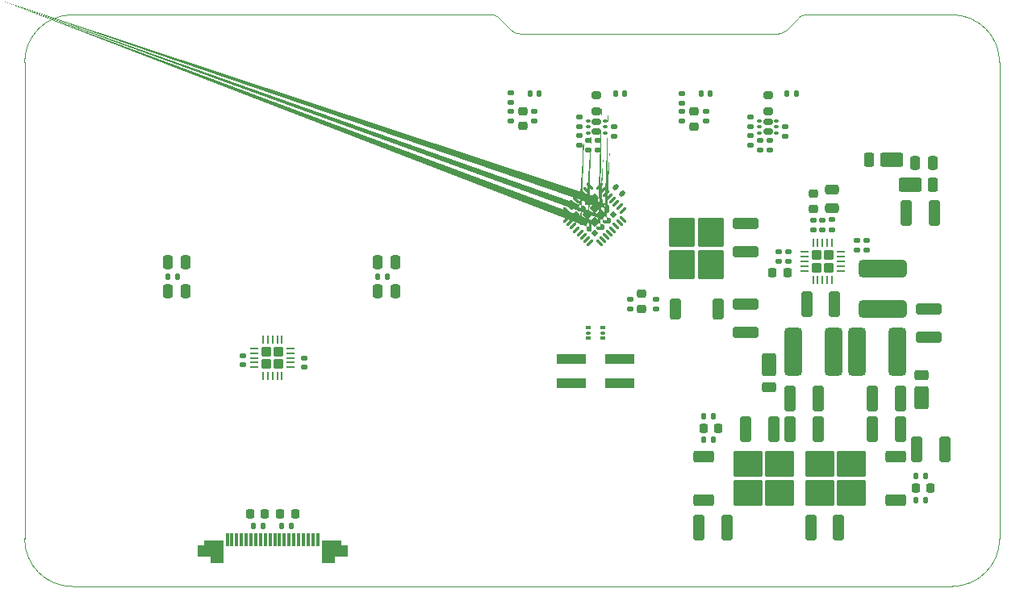
<source format=gbr>
%TF.GenerationSoftware,KiCad,Pcbnew,7.0.7*%
%TF.CreationDate,2023-09-27T18:03:17-04:00*%
%TF.ProjectId,baseboard,62617365-626f-4617-9264-2e6b69636164,A*%
%TF.SameCoordinates,Original*%
%TF.FileFunction,Paste,Top*%
%TF.FilePolarity,Positive*%
%FSLAX46Y46*%
G04 Gerber Fmt 4.6, Leading zero omitted, Abs format (unit mm)*
G04 Created by KiCad (PCBNEW 7.0.7) date 2023-09-27 18:03:17*
%MOMM*%
%LPD*%
G01*
G04 APERTURE LIST*
G04 Aperture macros list*
%AMRoundRect*
0 Rectangle with rounded corners*
0 $1 Rounding radius*
0 $2 $3 $4 $5 $6 $7 $8 $9 X,Y pos of 4 corners*
0 Add a 4 corners polygon primitive as box body*
4,1,4,$2,$3,$4,$5,$6,$7,$8,$9,$2,$3,0*
0 Add four circle primitives for the rounded corners*
1,1,$1+$1,$2,$3*
1,1,$1+$1,$4,$5*
1,1,$1+$1,$6,$7*
1,1,$1+$1,$8,$9*
0 Add four rect primitives between the rounded corners*
20,1,$1+$1,$2,$3,$4,$5,0*
20,1,$1+$1,$4,$5,$6,$7,0*
20,1,$1+$1,$6,$7,$8,$9,0*
20,1,$1+$1,$8,$9,$2,$3,0*%
%AMFreePoly0*
4,1,48,0.206759,0.287330,0.222702,0.287330,0.235599,0.277958,0.250763,0.273032,0.260133,0.260133,0.273032,0.250763,0.277958,0.235599,0.287330,0.222702,0.287330,0.206759,0.292257,0.191596,0.292256,-0.108205,0.289748,-0.115928,0.291018,-0.123951,0.280315,-0.144955,0.273032,-0.167372,0.266460,-0.172145,0.262774,-0.179383,0.179383,-0.262774,0.172145,-0.266460,0.167372,-0.273032,
0.144953,-0.280316,0.123952,-0.291017,0.115930,-0.289745,0.108205,-0.292256,-0.191596,-0.292257,-0.206759,-0.287330,-0.222702,-0.287330,-0.235599,-0.277958,-0.250763,-0.273032,-0.260133,-0.260133,-0.273032,-0.250763,-0.277958,-0.235599,-0.287330,-0.222702,-0.287330,-0.206759,-0.292257,-0.191596,-0.292257,0.191596,-0.287330,0.206759,-0.287330,0.222702,-0.277958,0.235599,-0.273032,0.250763,
-0.260133,0.260133,-0.250763,0.273032,-0.235599,0.277958,-0.222702,0.287330,-0.206759,0.287330,-0.191596,0.292257,0.191596,0.292257,0.206759,0.287330,0.206759,0.287330,$1*%
%AMFreePoly1*
4,1,51,0.147653,0.402231,0.149784,0.402802,0.153047,0.401280,0.170638,0.398179,0.184320,0.386697,0.200509,0.379148,0.268292,0.311365,0.271204,0.307206,0.273115,0.306103,0.274347,0.302717,0.284591,0.288088,0.286147,0.270294,0.292257,0.253509,0.292257,-0.253509,0.291375,-0.258507,0.291947,-0.260640,0.290423,-0.263906,0.287323,-0.281494,0.275841,-0.295175,0.268292,-0.311365,
0.200509,-0.379148,0.196350,-0.382060,0.195247,-0.383971,0.191862,-0.385202,0.177233,-0.395447,0.159438,-0.397003,0.142653,-0.403113,-0.210436,-0.403113,-0.221065,-0.401239,-0.224644,-0.401870,-0.227791,-0.400053,-0.238419,-0.398179,-0.254702,-0.384515,-0.273115,-0.373886,-0.275640,-0.366946,-0.281295,-0.362202,-0.284986,-0.341269,-0.292257,-0.321292,-0.292257,0.321292,-0.290382,0.331922,
-0.291014,0.335500,-0.289197,0.338647,-0.287323,0.349275,-0.273660,0.365558,-0.263030,0.383971,-0.256090,0.386496,-0.251346,0.392151,-0.230413,0.395842,-0.210436,0.403113,0.142653,0.403113,0.147653,0.402231,0.147653,0.402231,$1*%
%AMFreePoly2*
4,1,48,0.115930,0.289745,0.123952,0.291017,0.144953,0.280316,0.167372,0.273032,0.172145,0.266460,0.179383,0.262774,0.262774,0.179383,0.266460,0.172145,0.273032,0.167372,0.280315,0.144955,0.291018,0.123951,0.289748,0.115928,0.292256,0.108205,0.292257,-0.191596,0.287330,-0.206759,0.287330,-0.222702,0.277958,-0.235599,0.273032,-0.250763,0.260133,-0.260133,0.250763,-0.273032,
0.235599,-0.277958,0.222702,-0.287330,0.206759,-0.287330,0.191596,-0.292257,-0.191596,-0.292257,-0.206759,-0.287330,-0.222702,-0.287330,-0.235599,-0.277958,-0.250763,-0.273032,-0.260133,-0.260133,-0.273032,-0.250763,-0.277958,-0.235599,-0.287330,-0.222702,-0.287330,-0.206759,-0.292257,-0.191596,-0.292257,0.191596,-0.287330,0.206759,-0.287330,0.222702,-0.277958,0.235599,-0.273032,0.250763,
-0.260133,0.260133,-0.250763,0.273032,-0.235599,0.277958,-0.222702,0.287330,-0.206759,0.287330,-0.191596,0.292257,0.108205,0.292256,0.115930,0.289745,0.115930,0.289745,$1*%
%AMFreePoly3*
4,1,51,0.331922,0.290382,0.335500,0.291014,0.338647,0.289197,0.349275,0.287323,0.365558,0.273660,0.383971,0.263030,0.386496,0.256090,0.392151,0.251346,0.395842,0.230413,0.403113,0.210436,0.403113,-0.142653,0.402231,-0.147651,0.402803,-0.149784,0.401279,-0.153050,0.398179,-0.170638,0.386697,-0.184319,0.379148,-0.200509,0.311365,-0.268292,0.307206,-0.271204,0.306103,-0.273115,
0.302718,-0.274346,0.288089,-0.284591,0.270294,-0.286147,0.253509,-0.292257,-0.253509,-0.292257,-0.258507,-0.291375,-0.260640,-0.291947,-0.263906,-0.290423,-0.281494,-0.287323,-0.295175,-0.275841,-0.311365,-0.268292,-0.379148,-0.200509,-0.382060,-0.196350,-0.383971,-0.195247,-0.385202,-0.191862,-0.395447,-0.177233,-0.397003,-0.159438,-0.403113,-0.142653,-0.403113,0.210436,-0.401239,0.221065,
-0.401870,0.224644,-0.400053,0.227791,-0.398179,0.238419,-0.384515,0.254702,-0.373886,0.273115,-0.366946,0.275640,-0.362202,0.281295,-0.341269,0.284986,-0.321292,0.292257,0.321292,0.292257,0.331922,0.290382,0.331922,0.290382,$1*%
%AMFreePoly4*
4,1,51,0.258509,0.291375,0.260640,0.291946,0.263903,0.290424,0.281494,0.287323,0.295176,0.275841,0.311365,0.268292,0.379148,0.200509,0.382060,0.196350,0.383971,0.195247,0.385203,0.191861,0.395447,0.177232,0.397003,0.159438,0.403113,0.142653,0.403113,-0.210436,0.401239,-0.221065,0.401870,-0.224644,0.400053,-0.227791,0.398179,-0.238419,0.384515,-0.254702,0.373886,-0.273115,
0.366946,-0.275640,0.362202,-0.281295,0.341269,-0.284986,0.321292,-0.292257,-0.321292,-0.292257,-0.331922,-0.290382,-0.335500,-0.291014,-0.338647,-0.289197,-0.349275,-0.287323,-0.365558,-0.273660,-0.383971,-0.263030,-0.386496,-0.256090,-0.392151,-0.251346,-0.395842,-0.230413,-0.403113,-0.210436,-0.403113,0.142653,-0.402231,0.147653,-0.402802,0.149784,-0.401280,0.153047,-0.398179,0.170638,
-0.386697,0.184320,-0.379148,0.200509,-0.311365,0.268292,-0.307206,0.271204,-0.306103,0.273115,-0.302717,0.274347,-0.288088,0.284591,-0.270294,0.286147,-0.253509,0.292257,0.253509,0.292257,0.258509,0.291375,0.258509,0.291375,$1*%
%AMFreePoly5*
4,1,48,0.206759,0.287330,0.222702,0.287330,0.235599,0.277958,0.250763,0.273032,0.260133,0.260133,0.273032,0.250763,0.277958,0.235599,0.287330,0.222702,0.287330,0.206759,0.292257,0.191596,0.292257,-0.191596,0.287330,-0.206759,0.287330,-0.222702,0.277958,-0.235599,0.273032,-0.250763,0.260133,-0.260133,0.250763,-0.273032,0.235599,-0.277958,0.222702,-0.287330,0.206759,-0.287330,
0.191596,-0.292257,-0.108205,-0.292256,-0.115928,-0.289748,-0.123951,-0.291018,-0.144955,-0.280315,-0.167372,-0.273032,-0.172145,-0.266460,-0.179383,-0.262774,-0.262774,-0.179383,-0.266460,-0.172145,-0.273032,-0.167372,-0.280316,-0.144953,-0.291017,-0.123952,-0.289745,-0.115930,-0.292256,-0.108205,-0.292257,0.191596,-0.287330,0.206759,-0.287330,0.222702,-0.277958,0.235599,-0.273032,0.250763,
-0.260133,0.260133,-0.250763,0.273032,-0.235599,0.277958,-0.222702,0.287330,-0.206759,0.287330,-0.191596,0.292257,0.191596,0.292257,0.206759,0.287330,0.206759,0.287330,$1*%
%AMFreePoly6*
4,1,51,0.221065,0.401239,0.224644,0.401870,0.227791,0.400053,0.238419,0.398179,0.254702,0.384515,0.273115,0.373886,0.275640,0.366946,0.281295,0.362202,0.284986,0.341269,0.292257,0.321292,0.292257,-0.321292,0.290382,-0.331922,0.291014,-0.335500,0.289197,-0.338647,0.287323,-0.349275,0.273660,-0.365558,0.263030,-0.383971,0.256090,-0.386496,0.251346,-0.392151,0.230413,-0.395842,
0.210436,-0.403113,-0.142653,-0.403113,-0.147651,-0.402231,-0.149784,-0.402803,-0.153050,-0.401279,-0.170638,-0.398179,-0.184319,-0.386697,-0.200509,-0.379148,-0.268292,-0.311365,-0.271204,-0.307206,-0.273115,-0.306103,-0.274346,-0.302718,-0.284591,-0.288089,-0.286147,-0.270294,-0.292257,-0.253509,-0.292257,0.253509,-0.291375,0.258509,-0.291946,0.260640,-0.290424,0.263903,-0.287323,0.281494,
-0.275841,0.295176,-0.268292,0.311365,-0.200509,0.379148,-0.196350,0.382060,-0.195247,0.383971,-0.191861,0.385203,-0.177232,0.395447,-0.159438,0.397003,-0.142653,0.403113,0.210436,0.403113,0.221065,0.401239,0.221065,0.401239,$1*%
%AMFreePoly7*
4,1,48,0.206759,0.287330,0.222702,0.287330,0.235599,0.277958,0.250763,0.273032,0.260133,0.260133,0.273032,0.250763,0.277958,0.235599,0.287330,0.222702,0.287330,0.206759,0.292257,0.191596,0.292257,-0.191596,0.287330,-0.206759,0.287330,-0.222702,0.277958,-0.235599,0.273032,-0.250763,0.260133,-0.260133,0.250763,-0.273032,0.235599,-0.277958,0.222702,-0.287330,0.206759,-0.287330,
0.191596,-0.292257,-0.191596,-0.292257,-0.206759,-0.287330,-0.222702,-0.287330,-0.235599,-0.277958,-0.250763,-0.273032,-0.260133,-0.260133,-0.273032,-0.250763,-0.277958,-0.235599,-0.287330,-0.222702,-0.287330,-0.206759,-0.292257,-0.191596,-0.292256,0.108205,-0.289745,0.115930,-0.291017,0.123952,-0.280316,0.144953,-0.273032,0.167372,-0.266460,0.172145,-0.262774,0.179383,-0.179383,0.262774,
-0.172145,0.266460,-0.167372,0.273032,-0.144955,0.280315,-0.123951,0.291018,-0.115928,0.289748,-0.108205,0.292256,0.191596,0.292257,0.206759,0.287330,0.206759,0.287330,$1*%
G04 Aperture macros list end*
%ADD10C,0.100000*%
%ADD11C,0.150000*%
%ADD12C,0.300000*%
%ADD13C,0.010000*%
%ADD14RoundRect,0.135000X0.185000X-0.135000X0.185000X0.135000X-0.185000X0.135000X-0.185000X-0.135000X0*%
%ADD15FreePoly0,225.000000*%
%ADD16FreePoly1,225.000000*%
%ADD17FreePoly2,225.000000*%
%ADD18FreePoly3,225.000000*%
%ADD19RoundRect,0.201557X0.000000X0.285043X-0.285043X0.000000X0.000000X-0.285043X0.285043X0.000000X0*%
%ADD20FreePoly4,225.000000*%
%ADD21FreePoly5,225.000000*%
%ADD22FreePoly6,225.000000*%
%ADD23FreePoly7,225.000000*%
%ADD24RoundRect,0.062500X0.220971X0.309359X-0.309359X-0.220971X-0.220971X-0.309359X0.309359X0.220971X0*%
%ADD25RoundRect,0.062500X-0.220971X0.309359X-0.309359X0.220971X0.220971X-0.309359X0.309359X-0.220971X0*%
%ADD26RoundRect,0.225000X-0.225000X-0.250000X0.225000X-0.250000X0.225000X0.250000X-0.225000X0.250000X0*%
%ADD27RoundRect,0.250000X-0.325000X-1.100000X0.325000X-1.100000X0.325000X1.100000X-0.325000X1.100000X0*%
%ADD28RoundRect,0.140000X0.140000X0.170000X-0.140000X0.170000X-0.140000X-0.170000X0.140000X-0.170000X0*%
%ADD29RoundRect,0.225000X0.250000X-0.225000X0.250000X0.225000X-0.250000X0.225000X-0.250000X-0.225000X0*%
%ADD30RoundRect,0.250000X1.100000X-0.325000X1.100000X0.325000X-1.100000X0.325000X-1.100000X-0.325000X0*%
%ADD31RoundRect,0.135000X-0.185000X0.135000X-0.185000X-0.135000X0.185000X-0.135000X0.185000X0.135000X0*%
%ADD32RoundRect,0.225000X0.225000X0.250000X-0.225000X0.250000X-0.225000X-0.250000X0.225000X-0.250000X0*%
%ADD33R,3.150000X1.000000*%
%ADD34RoundRect,0.250000X0.325000X1.100000X-0.325000X1.100000X-0.325000X-1.100000X0.325000X-1.100000X0*%
%ADD35R,0.300000X1.400000*%
%ADD36RoundRect,0.250000X0.275000X0.275000X-0.275000X0.275000X-0.275000X-0.275000X0.275000X-0.275000X0*%
%ADD37RoundRect,0.062500X0.375000X0.062500X-0.375000X0.062500X-0.375000X-0.062500X0.375000X-0.062500X0*%
%ADD38RoundRect,0.062500X0.062500X0.375000X-0.062500X0.375000X-0.062500X-0.375000X0.062500X-0.375000X0*%
%ADD39RoundRect,0.087500X0.162500X-0.087500X0.162500X0.087500X-0.162500X0.087500X-0.162500X-0.087500X0*%
%ADD40RoundRect,0.150000X0.350000X-0.150000X0.350000X0.150000X-0.350000X0.150000X-0.350000X-0.150000X0*%
%ADD41RoundRect,0.140000X-0.170000X0.140000X-0.170000X-0.140000X0.170000X-0.140000X0.170000X0.140000X0*%
%ADD42RoundRect,0.250000X-0.850000X-0.350000X0.850000X-0.350000X0.850000X0.350000X-0.850000X0.350000X0*%
%ADD43RoundRect,0.250000X-1.275000X-1.125000X1.275000X-1.125000X1.275000X1.125000X-1.275000X1.125000X0*%
%ADD44RoundRect,0.200000X-0.275000X0.200000X-0.275000X-0.200000X0.275000X-0.200000X0.275000X0.200000X0*%
%ADD45RoundRect,0.040000X-0.185000X0.160000X-0.185000X-0.160000X0.185000X-0.160000X0.185000X0.160000X0*%
%ADD46RoundRect,0.030000X-0.195000X0.120000X-0.195000X-0.120000X0.195000X-0.120000X0.195000X0.120000X0*%
%ADD47RoundRect,0.135000X-0.135000X-0.185000X0.135000X-0.185000X0.135000X0.185000X-0.135000X0.185000X0*%
%ADD48RoundRect,0.250000X0.250000X0.475000X-0.250000X0.475000X-0.250000X-0.475000X0.250000X-0.475000X0*%
%ADD49RoundRect,0.475000X-0.475000X-2.075000X0.475000X-2.075000X0.475000X2.075000X-0.475000X2.075000X0*%
%ADD50RoundRect,0.250000X-0.475000X0.250000X-0.475000X-0.250000X0.475000X-0.250000X0.475000X0.250000X0*%
%ADD51RoundRect,0.250000X-0.250000X-0.475000X0.250000X-0.475000X0.250000X0.475000X-0.250000X0.475000X0*%
%ADD52RoundRect,0.250000X0.350000X-0.850000X0.350000X0.850000X-0.350000X0.850000X-0.350000X-0.850000X0*%
%ADD53RoundRect,0.250000X1.125000X-1.275000X1.125000X1.275000X-1.125000X1.275000X-1.125000X-1.275000X0*%
%ADD54RoundRect,0.250000X0.850000X0.350000X-0.850000X0.350000X-0.850000X-0.350000X0.850000X-0.350000X0*%
%ADD55RoundRect,0.250000X1.275000X1.125000X-1.275000X1.125000X-1.275000X-1.125000X1.275000X-1.125000X0*%
%ADD56RoundRect,0.140000X-0.219203X-0.021213X-0.021213X-0.219203X0.219203X0.021213X0.021213X0.219203X0*%
%ADD57RoundRect,0.475000X-2.075000X0.475000X-2.075000X-0.475000X2.075000X-0.475000X2.075000X0.475000X0*%
%ADD58RoundRect,0.225000X-0.250000X0.225000X-0.250000X-0.225000X0.250000X-0.225000X0.250000X0.225000X0*%
%ADD59RoundRect,0.135000X0.135000X0.185000X-0.135000X0.185000X-0.135000X-0.185000X0.135000X-0.185000X0*%
%ADD60RoundRect,0.250000X-0.500000X0.950000X-0.500000X-0.950000X0.500000X-0.950000X0.500000X0.950000X0*%
%ADD61RoundRect,0.250000X-0.500000X0.275000X-0.500000X-0.275000X0.500000X-0.275000X0.500000X0.275000X0*%
%ADD62RoundRect,0.250000X-0.275000X-0.275000X0.275000X-0.275000X0.275000X0.275000X-0.275000X0.275000X0*%
%ADD63RoundRect,0.062500X-0.375000X-0.062500X0.375000X-0.062500X0.375000X0.062500X-0.375000X0.062500X0*%
%ADD64RoundRect,0.062500X-0.062500X-0.375000X0.062500X-0.375000X0.062500X0.375000X-0.062500X0.375000X0*%
%ADD65RoundRect,0.250000X-0.950000X-0.500000X0.950000X-0.500000X0.950000X0.500000X-0.950000X0.500000X0*%
%ADD66RoundRect,0.250000X-0.275000X-0.500000X0.275000X-0.500000X0.275000X0.500000X-0.275000X0.500000X0*%
%ADD67RoundRect,0.250000X0.500000X-0.950000X0.500000X0.950000X-0.500000X0.950000X-0.500000X-0.950000X0*%
%ADD68RoundRect,0.250000X0.500000X-0.275000X0.500000X0.275000X-0.500000X0.275000X-0.500000X-0.275000X0*%
%ADD69RoundRect,0.140000X-0.140000X-0.170000X0.140000X-0.170000X0.140000X0.170000X-0.140000X0.170000X0*%
%ADD70RoundRect,0.475000X0.475000X2.075000X-0.475000X2.075000X-0.475000X-2.075000X0.475000X-2.075000X0*%
%ADD71RoundRect,0.250000X0.950000X0.500000X-0.950000X0.500000X-0.950000X-0.500000X0.950000X-0.500000X0*%
%ADD72RoundRect,0.250000X0.275000X0.500000X-0.275000X0.500000X-0.275000X-0.500000X0.275000X-0.500000X0*%
%TA.AperFunction,Profile*%
%ADD73C,0.050000*%
%TD*%
G04 APERTURE END LIST*
D10*
D11*
X412213572Y-262654128D02*
X411356429Y-262654128D01*
X411785000Y-262654128D02*
X411785000Y-261154128D01*
X411785000Y-261154128D02*
X411642143Y-261368414D01*
X411642143Y-261368414D02*
X411499286Y-261511271D01*
X411499286Y-261511271D02*
X411356429Y-261582700D01*
X413927857Y-261082700D02*
X412642143Y-263011271D01*
X415213572Y-262654128D02*
X414356429Y-262654128D01*
X414785000Y-262654128D02*
X414785000Y-261154128D01*
X414785000Y-261154128D02*
X414642143Y-261368414D01*
X414642143Y-261368414D02*
X414499286Y-261511271D01*
X414499286Y-261511271D02*
X414356429Y-261582700D01*
D10*
D11*
X292809874Y-252259295D02*
X293267017Y-252259295D01*
X293038445Y-253059295D02*
X293038445Y-252259295D01*
X293533684Y-253059295D02*
X293533684Y-252259295D01*
X293800350Y-252259295D02*
X294257493Y-252259295D01*
X294028921Y-253059295D02*
X294028921Y-252259295D01*
X294905112Y-253059295D02*
X294524160Y-253059295D01*
X294524160Y-253059295D02*
X294524160Y-252259295D01*
X295171779Y-252640247D02*
X295438445Y-252640247D01*
X295552731Y-253059295D02*
X295171779Y-253059295D01*
X295171779Y-253059295D02*
X295171779Y-252259295D01*
X295171779Y-252259295D02*
X295552731Y-252259295D01*
D10*
D11*
X387996303Y-259409295D02*
X387729636Y-259028342D01*
X387539160Y-259409295D02*
X387539160Y-258609295D01*
X387539160Y-258609295D02*
X387843922Y-258609295D01*
X387843922Y-258609295D02*
X387920112Y-258647390D01*
X387920112Y-258647390D02*
X387958207Y-258685485D01*
X387958207Y-258685485D02*
X387996303Y-258761676D01*
X387996303Y-258761676D02*
X387996303Y-258875961D01*
X387996303Y-258875961D02*
X387958207Y-258952152D01*
X387958207Y-258952152D02*
X387920112Y-258990247D01*
X387920112Y-258990247D02*
X387843922Y-259028342D01*
X387843922Y-259028342D02*
X387539160Y-259028342D01*
X388339160Y-258990247D02*
X388605826Y-258990247D01*
X388720112Y-259409295D02*
X388339160Y-259409295D01*
X388339160Y-259409295D02*
X388339160Y-258609295D01*
X388339160Y-258609295D02*
X388720112Y-258609295D01*
X388948684Y-258609295D02*
X389215351Y-259409295D01*
X389215351Y-259409295D02*
X389482017Y-258609295D01*
X389748684Y-259409295D02*
X389748684Y-258609295D01*
X390091540Y-259371200D02*
X390205826Y-259409295D01*
X390205826Y-259409295D02*
X390396302Y-259409295D01*
X390396302Y-259409295D02*
X390472493Y-259371200D01*
X390472493Y-259371200D02*
X390510588Y-259333104D01*
X390510588Y-259333104D02*
X390548683Y-259256914D01*
X390548683Y-259256914D02*
X390548683Y-259180723D01*
X390548683Y-259180723D02*
X390510588Y-259104533D01*
X390510588Y-259104533D02*
X390472493Y-259066438D01*
X390472493Y-259066438D02*
X390396302Y-259028342D01*
X390396302Y-259028342D02*
X390243921Y-258990247D01*
X390243921Y-258990247D02*
X390167731Y-258952152D01*
X390167731Y-258952152D02*
X390129636Y-258914057D01*
X390129636Y-258914057D02*
X390091540Y-258837866D01*
X390091540Y-258837866D02*
X390091540Y-258761676D01*
X390091540Y-258761676D02*
X390129636Y-258685485D01*
X390129636Y-258685485D02*
X390167731Y-258647390D01*
X390167731Y-258647390D02*
X390243921Y-258609295D01*
X390243921Y-258609295D02*
X390434398Y-258609295D01*
X390434398Y-258609295D02*
X390548683Y-258647390D01*
X390891541Y-259409295D02*
X390891541Y-258609295D01*
X391424874Y-258609295D02*
X391577255Y-258609295D01*
X391577255Y-258609295D02*
X391653445Y-258647390D01*
X391653445Y-258647390D02*
X391729636Y-258723580D01*
X391729636Y-258723580D02*
X391767731Y-258875961D01*
X391767731Y-258875961D02*
X391767731Y-259142628D01*
X391767731Y-259142628D02*
X391729636Y-259295009D01*
X391729636Y-259295009D02*
X391653445Y-259371200D01*
X391653445Y-259371200D02*
X391577255Y-259409295D01*
X391577255Y-259409295D02*
X391424874Y-259409295D01*
X391424874Y-259409295D02*
X391348683Y-259371200D01*
X391348683Y-259371200D02*
X391272493Y-259295009D01*
X391272493Y-259295009D02*
X391234397Y-259142628D01*
X391234397Y-259142628D02*
X391234397Y-258875961D01*
X391234397Y-258875961D02*
X391272493Y-258723580D01*
X391272493Y-258723580D02*
X391348683Y-258647390D01*
X391348683Y-258647390D02*
X391424874Y-258609295D01*
X392110588Y-259409295D02*
X392110588Y-258609295D01*
X392110588Y-258609295D02*
X392567731Y-259409295D01*
X392567731Y-259409295D02*
X392567731Y-258609295D01*
D10*
D11*
X393889160Y-259409295D02*
X393889160Y-258609295D01*
X393889160Y-258609295D02*
X394079636Y-258609295D01*
X394079636Y-258609295D02*
X394193922Y-258647390D01*
X394193922Y-258647390D02*
X394270112Y-258723580D01*
X394270112Y-258723580D02*
X394308207Y-258799771D01*
X394308207Y-258799771D02*
X394346303Y-258952152D01*
X394346303Y-258952152D02*
X394346303Y-259066438D01*
X394346303Y-259066438D02*
X394308207Y-259218819D01*
X394308207Y-259218819D02*
X394270112Y-259295009D01*
X394270112Y-259295009D02*
X394193922Y-259371200D01*
X394193922Y-259371200D02*
X394079636Y-259409295D01*
X394079636Y-259409295D02*
X393889160Y-259409295D01*
X394651064Y-259180723D02*
X395032017Y-259180723D01*
X394574874Y-259409295D02*
X394841541Y-258609295D01*
X394841541Y-258609295D02*
X395108207Y-259409295D01*
X395260588Y-258609295D02*
X395717731Y-258609295D01*
X395489159Y-259409295D02*
X395489159Y-258609295D01*
X395984398Y-258990247D02*
X396251064Y-258990247D01*
X396365350Y-259409295D02*
X395984398Y-259409295D01*
X395984398Y-259409295D02*
X395984398Y-258609295D01*
X395984398Y-258609295D02*
X396365350Y-258609295D01*
X397470113Y-258609295D02*
X397622494Y-258609295D01*
X397622494Y-258609295D02*
X397698684Y-258647390D01*
X397698684Y-258647390D02*
X397774875Y-258723580D01*
X397774875Y-258723580D02*
X397812970Y-258875961D01*
X397812970Y-258875961D02*
X397812970Y-259142628D01*
X397812970Y-259142628D02*
X397774875Y-259295009D01*
X397774875Y-259295009D02*
X397698684Y-259371200D01*
X397698684Y-259371200D02*
X397622494Y-259409295D01*
X397622494Y-259409295D02*
X397470113Y-259409295D01*
X397470113Y-259409295D02*
X397393922Y-259371200D01*
X397393922Y-259371200D02*
X397317732Y-259295009D01*
X397317732Y-259295009D02*
X397279636Y-259142628D01*
X397279636Y-259142628D02*
X397279636Y-258875961D01*
X397279636Y-258875961D02*
X397317732Y-258723580D01*
X397317732Y-258723580D02*
X397393922Y-258647390D01*
X397393922Y-258647390D02*
X397470113Y-258609295D01*
X398422493Y-258990247D02*
X398155827Y-258990247D01*
X398155827Y-259409295D02*
X398155827Y-258609295D01*
X398155827Y-258609295D02*
X398536779Y-258609295D01*
X399451065Y-259409295D02*
X399451065Y-258609295D01*
X399793921Y-259371200D02*
X399908207Y-259409295D01*
X399908207Y-259409295D02*
X400098683Y-259409295D01*
X400098683Y-259409295D02*
X400174874Y-259371200D01*
X400174874Y-259371200D02*
X400212969Y-259333104D01*
X400212969Y-259333104D02*
X400251064Y-259256914D01*
X400251064Y-259256914D02*
X400251064Y-259180723D01*
X400251064Y-259180723D02*
X400212969Y-259104533D01*
X400212969Y-259104533D02*
X400174874Y-259066438D01*
X400174874Y-259066438D02*
X400098683Y-259028342D01*
X400098683Y-259028342D02*
X399946302Y-258990247D01*
X399946302Y-258990247D02*
X399870112Y-258952152D01*
X399870112Y-258952152D02*
X399832017Y-258914057D01*
X399832017Y-258914057D02*
X399793921Y-258837866D01*
X399793921Y-258837866D02*
X399793921Y-258761676D01*
X399793921Y-258761676D02*
X399832017Y-258685485D01*
X399832017Y-258685485D02*
X399870112Y-258647390D01*
X399870112Y-258647390D02*
X399946302Y-258609295D01*
X399946302Y-258609295D02*
X400136779Y-258609295D01*
X400136779Y-258609295D02*
X400251064Y-258647390D01*
X400555826Y-259371200D02*
X400670112Y-259409295D01*
X400670112Y-259409295D02*
X400860588Y-259409295D01*
X400860588Y-259409295D02*
X400936779Y-259371200D01*
X400936779Y-259371200D02*
X400974874Y-259333104D01*
X400974874Y-259333104D02*
X401012969Y-259256914D01*
X401012969Y-259256914D02*
X401012969Y-259180723D01*
X401012969Y-259180723D02*
X400974874Y-259104533D01*
X400974874Y-259104533D02*
X400936779Y-259066438D01*
X400936779Y-259066438D02*
X400860588Y-259028342D01*
X400860588Y-259028342D02*
X400708207Y-258990247D01*
X400708207Y-258990247D02*
X400632017Y-258952152D01*
X400632017Y-258952152D02*
X400593922Y-258914057D01*
X400593922Y-258914057D02*
X400555826Y-258837866D01*
X400555826Y-258837866D02*
X400555826Y-258761676D01*
X400555826Y-258761676D02*
X400593922Y-258685485D01*
X400593922Y-258685485D02*
X400632017Y-258647390D01*
X400632017Y-258647390D02*
X400708207Y-258609295D01*
X400708207Y-258609295D02*
X400898684Y-258609295D01*
X400898684Y-258609295D02*
X401012969Y-258647390D01*
X401355827Y-258609295D02*
X401355827Y-259256914D01*
X401355827Y-259256914D02*
X401393922Y-259333104D01*
X401393922Y-259333104D02*
X401432017Y-259371200D01*
X401432017Y-259371200D02*
X401508208Y-259409295D01*
X401508208Y-259409295D02*
X401660589Y-259409295D01*
X401660589Y-259409295D02*
X401736779Y-259371200D01*
X401736779Y-259371200D02*
X401774874Y-259333104D01*
X401774874Y-259333104D02*
X401812970Y-259256914D01*
X401812970Y-259256914D02*
X401812970Y-258609295D01*
X402193922Y-258990247D02*
X402460588Y-258990247D01*
X402574874Y-259409295D02*
X402193922Y-259409295D01*
X402193922Y-259409295D02*
X402193922Y-258609295D01*
X402193922Y-258609295D02*
X402574874Y-258609295D01*
D10*
D11*
X410996064Y-259371200D02*
X411110350Y-259409295D01*
X411110350Y-259409295D02*
X411300826Y-259409295D01*
X411300826Y-259409295D02*
X411377017Y-259371200D01*
X411377017Y-259371200D02*
X411415112Y-259333104D01*
X411415112Y-259333104D02*
X411453207Y-259256914D01*
X411453207Y-259256914D02*
X411453207Y-259180723D01*
X411453207Y-259180723D02*
X411415112Y-259104533D01*
X411415112Y-259104533D02*
X411377017Y-259066438D01*
X411377017Y-259066438D02*
X411300826Y-259028342D01*
X411300826Y-259028342D02*
X411148445Y-258990247D01*
X411148445Y-258990247D02*
X411072255Y-258952152D01*
X411072255Y-258952152D02*
X411034160Y-258914057D01*
X411034160Y-258914057D02*
X410996064Y-258837866D01*
X410996064Y-258837866D02*
X410996064Y-258761676D01*
X410996064Y-258761676D02*
X411034160Y-258685485D01*
X411034160Y-258685485D02*
X411072255Y-258647390D01*
X411072255Y-258647390D02*
X411148445Y-258609295D01*
X411148445Y-258609295D02*
X411338922Y-258609295D01*
X411338922Y-258609295D02*
X411453207Y-258647390D01*
X411796065Y-259409295D02*
X411796065Y-258609295D01*
X411796065Y-258990247D02*
X412253208Y-258990247D01*
X412253208Y-259409295D02*
X412253208Y-258609295D01*
X412634160Y-258990247D02*
X412900826Y-258990247D01*
X413015112Y-259409295D02*
X412634160Y-259409295D01*
X412634160Y-259409295D02*
X412634160Y-258609295D01*
X412634160Y-258609295D02*
X413015112Y-258609295D01*
X413357970Y-258990247D02*
X413624636Y-258990247D01*
X413738922Y-259409295D02*
X413357970Y-259409295D01*
X413357970Y-259409295D02*
X413357970Y-258609295D01*
X413357970Y-258609295D02*
X413738922Y-258609295D01*
X413967494Y-258609295D02*
X414424637Y-258609295D01*
X414196065Y-259409295D02*
X414196065Y-258609295D01*
D10*
D11*
X392342142Y-256304128D02*
X392342142Y-254804128D01*
X392342142Y-254804128D02*
X392913571Y-254804128D01*
X392913571Y-254804128D02*
X393056428Y-254875557D01*
X393056428Y-254875557D02*
X393127857Y-254946985D01*
X393127857Y-254946985D02*
X393199285Y-255089842D01*
X393199285Y-255089842D02*
X393199285Y-255304128D01*
X393199285Y-255304128D02*
X393127857Y-255446985D01*
X393127857Y-255446985D02*
X393056428Y-255518414D01*
X393056428Y-255518414D02*
X392913571Y-255589842D01*
X392913571Y-255589842D02*
X392342142Y-255589842D01*
X394699285Y-256161271D02*
X394627857Y-256232700D01*
X394627857Y-256232700D02*
X394413571Y-256304128D01*
X394413571Y-256304128D02*
X394270714Y-256304128D01*
X394270714Y-256304128D02*
X394056428Y-256232700D01*
X394056428Y-256232700D02*
X393913571Y-256089842D01*
X393913571Y-256089842D02*
X393842142Y-255946985D01*
X393842142Y-255946985D02*
X393770714Y-255661271D01*
X393770714Y-255661271D02*
X393770714Y-255446985D01*
X393770714Y-255446985D02*
X393842142Y-255161271D01*
X393842142Y-255161271D02*
X393913571Y-255018414D01*
X393913571Y-255018414D02*
X394056428Y-254875557D01*
X394056428Y-254875557D02*
X394270714Y-254804128D01*
X394270714Y-254804128D02*
X394413571Y-254804128D01*
X394413571Y-254804128D02*
X394627857Y-254875557D01*
X394627857Y-254875557D02*
X394699285Y-254946985D01*
X395842142Y-255518414D02*
X396056428Y-255589842D01*
X396056428Y-255589842D02*
X396127857Y-255661271D01*
X396127857Y-255661271D02*
X396199285Y-255804128D01*
X396199285Y-255804128D02*
X396199285Y-256018414D01*
X396199285Y-256018414D02*
X396127857Y-256161271D01*
X396127857Y-256161271D02*
X396056428Y-256232700D01*
X396056428Y-256232700D02*
X395913571Y-256304128D01*
X395913571Y-256304128D02*
X395342142Y-256304128D01*
X395342142Y-256304128D02*
X395342142Y-254804128D01*
X395342142Y-254804128D02*
X395842142Y-254804128D01*
X395842142Y-254804128D02*
X395985000Y-254875557D01*
X395985000Y-254875557D02*
X396056428Y-254946985D01*
X396056428Y-254946985D02*
X396127857Y-255089842D01*
X396127857Y-255089842D02*
X396127857Y-255232700D01*
X396127857Y-255232700D02*
X396056428Y-255375557D01*
X396056428Y-255375557D02*
X395985000Y-255446985D01*
X395985000Y-255446985D02*
X395842142Y-255518414D01*
X395842142Y-255518414D02*
X395342142Y-255518414D01*
D10*
D11*
X377468064Y-259180723D02*
X377849017Y-259180723D01*
X377391874Y-259409295D02*
X377658541Y-258609295D01*
X377658541Y-258609295D02*
X377925207Y-259409295D01*
X378191874Y-259409295D02*
X378191874Y-258609295D01*
X378191874Y-258609295D02*
X378496636Y-258609295D01*
X378496636Y-258609295D02*
X378572826Y-258647390D01*
X378572826Y-258647390D02*
X378610921Y-258685485D01*
X378610921Y-258685485D02*
X378649017Y-258761676D01*
X378649017Y-258761676D02*
X378649017Y-258875961D01*
X378649017Y-258875961D02*
X378610921Y-258952152D01*
X378610921Y-258952152D02*
X378572826Y-258990247D01*
X378572826Y-258990247D02*
X378496636Y-259028342D01*
X378496636Y-259028342D02*
X378191874Y-259028342D01*
X378991874Y-259409295D02*
X378991874Y-258609295D01*
X378991874Y-258609295D02*
X379296636Y-258609295D01*
X379296636Y-258609295D02*
X379372826Y-258647390D01*
X379372826Y-258647390D02*
X379410921Y-258685485D01*
X379410921Y-258685485D02*
X379449017Y-258761676D01*
X379449017Y-258761676D02*
X379449017Y-258875961D01*
X379449017Y-258875961D02*
X379410921Y-258952152D01*
X379410921Y-258952152D02*
X379372826Y-258990247D01*
X379372826Y-258990247D02*
X379296636Y-259028342D01*
X379296636Y-259028342D02*
X378991874Y-259028342D01*
X380249017Y-259409295D02*
X379982350Y-259028342D01*
X379791874Y-259409295D02*
X379791874Y-258609295D01*
X379791874Y-258609295D02*
X380096636Y-258609295D01*
X380096636Y-258609295D02*
X380172826Y-258647390D01*
X380172826Y-258647390D02*
X380210921Y-258685485D01*
X380210921Y-258685485D02*
X380249017Y-258761676D01*
X380249017Y-258761676D02*
X380249017Y-258875961D01*
X380249017Y-258875961D02*
X380210921Y-258952152D01*
X380210921Y-258952152D02*
X380172826Y-258990247D01*
X380172826Y-258990247D02*
X380096636Y-259028342D01*
X380096636Y-259028342D02*
X379791874Y-259028342D01*
X380744255Y-258609295D02*
X380896636Y-258609295D01*
X380896636Y-258609295D02*
X380972826Y-258647390D01*
X380972826Y-258647390D02*
X381049017Y-258723580D01*
X381049017Y-258723580D02*
X381087112Y-258875961D01*
X381087112Y-258875961D02*
X381087112Y-259142628D01*
X381087112Y-259142628D02*
X381049017Y-259295009D01*
X381049017Y-259295009D02*
X380972826Y-259371200D01*
X380972826Y-259371200D02*
X380896636Y-259409295D01*
X380896636Y-259409295D02*
X380744255Y-259409295D01*
X380744255Y-259409295D02*
X380668064Y-259371200D01*
X380668064Y-259371200D02*
X380591874Y-259295009D01*
X380591874Y-259295009D02*
X380553778Y-259142628D01*
X380553778Y-259142628D02*
X380553778Y-258875961D01*
X380553778Y-258875961D02*
X380591874Y-258723580D01*
X380591874Y-258723580D02*
X380668064Y-258647390D01*
X380668064Y-258647390D02*
X380744255Y-258609295D01*
X381315683Y-258609295D02*
X381582350Y-259409295D01*
X381582350Y-259409295D02*
X381849016Y-258609295D01*
X382115683Y-258990247D02*
X382382349Y-258990247D01*
X382496635Y-259409295D02*
X382115683Y-259409295D01*
X382115683Y-259409295D02*
X382115683Y-258609295D01*
X382115683Y-258609295D02*
X382496635Y-258609295D01*
X382839493Y-259409295D02*
X382839493Y-258609295D01*
X382839493Y-258609295D02*
X383029969Y-258609295D01*
X383029969Y-258609295D02*
X383144255Y-258647390D01*
X383144255Y-258647390D02*
X383220445Y-258723580D01*
X383220445Y-258723580D02*
X383258540Y-258799771D01*
X383258540Y-258799771D02*
X383296636Y-258952152D01*
X383296636Y-258952152D02*
X383296636Y-259066438D01*
X383296636Y-259066438D02*
X383258540Y-259218819D01*
X383258540Y-259218819D02*
X383220445Y-259295009D01*
X383220445Y-259295009D02*
X383144255Y-259371200D01*
X383144255Y-259371200D02*
X383029969Y-259409295D01*
X383029969Y-259409295D02*
X382839493Y-259409295D01*
X384515683Y-258990247D02*
X384629969Y-259028342D01*
X384629969Y-259028342D02*
X384668064Y-259066438D01*
X384668064Y-259066438D02*
X384706160Y-259142628D01*
X384706160Y-259142628D02*
X384706160Y-259256914D01*
X384706160Y-259256914D02*
X384668064Y-259333104D01*
X384668064Y-259333104D02*
X384629969Y-259371200D01*
X384629969Y-259371200D02*
X384553779Y-259409295D01*
X384553779Y-259409295D02*
X384249017Y-259409295D01*
X384249017Y-259409295D02*
X384249017Y-258609295D01*
X384249017Y-258609295D02*
X384515683Y-258609295D01*
X384515683Y-258609295D02*
X384591874Y-258647390D01*
X384591874Y-258647390D02*
X384629969Y-258685485D01*
X384629969Y-258685485D02*
X384668064Y-258761676D01*
X384668064Y-258761676D02*
X384668064Y-258837866D01*
X384668064Y-258837866D02*
X384629969Y-258914057D01*
X384629969Y-258914057D02*
X384591874Y-258952152D01*
X384591874Y-258952152D02*
X384515683Y-258990247D01*
X384515683Y-258990247D02*
X384249017Y-258990247D01*
X385201398Y-259028342D02*
X385201398Y-259409295D01*
X384934731Y-258609295D02*
X385201398Y-259028342D01*
X385201398Y-259028342D02*
X385468064Y-258609295D01*
D10*
D11*
X296845112Y-260418271D02*
X296702255Y-260346842D01*
X296702255Y-260346842D02*
X296416541Y-260346842D01*
X296416541Y-260346842D02*
X296273684Y-260418271D01*
X296273684Y-260418271D02*
X296130826Y-260561128D01*
X296130826Y-260561128D02*
X296059398Y-260703985D01*
X296059398Y-260703985D02*
X296059398Y-260989700D01*
X296059398Y-260989700D02*
X296130826Y-261132557D01*
X296130826Y-261132557D02*
X296273684Y-261275414D01*
X296273684Y-261275414D02*
X296416541Y-261346842D01*
X296416541Y-261346842D02*
X296702255Y-261346842D01*
X296702255Y-261346842D02*
X296845112Y-261275414D01*
X296559398Y-259846842D02*
X296202255Y-259918271D01*
X296202255Y-259918271D02*
X295845112Y-260132557D01*
X295845112Y-260132557D02*
X295630826Y-260489700D01*
X295630826Y-260489700D02*
X295559398Y-260846842D01*
X295559398Y-260846842D02*
X295630826Y-261203985D01*
X295630826Y-261203985D02*
X295845112Y-261561128D01*
X295845112Y-261561128D02*
X296202255Y-261775414D01*
X296202255Y-261775414D02*
X296559398Y-261846842D01*
X296559398Y-261846842D02*
X296916541Y-261775414D01*
X296916541Y-261775414D02*
X297273684Y-261561128D01*
X297273684Y-261561128D02*
X297487969Y-261203985D01*
X297487969Y-261203985D02*
X297559398Y-260846842D01*
X297559398Y-260846842D02*
X297487969Y-260489700D01*
X297487969Y-260489700D02*
X297273684Y-260132557D01*
X297273684Y-260132557D02*
X296916541Y-259918271D01*
X296916541Y-259918271D02*
X296559398Y-259846842D01*
X299273684Y-261132557D02*
X299987970Y-261132557D01*
X299130827Y-261561128D02*
X299630827Y-260061128D01*
X299630827Y-260061128D02*
X300130827Y-261561128D01*
X300845112Y-261561128D02*
X300702255Y-261489700D01*
X300702255Y-261489700D02*
X300630826Y-261346842D01*
X300630826Y-261346842D02*
X300630826Y-260061128D01*
X301987969Y-261489700D02*
X301845112Y-261561128D01*
X301845112Y-261561128D02*
X301559398Y-261561128D01*
X301559398Y-261561128D02*
X301416540Y-261489700D01*
X301416540Y-261489700D02*
X301345112Y-261346842D01*
X301345112Y-261346842D02*
X301345112Y-260775414D01*
X301345112Y-260775414D02*
X301416540Y-260632557D01*
X301416540Y-260632557D02*
X301559398Y-260561128D01*
X301559398Y-260561128D02*
X301845112Y-260561128D01*
X301845112Y-260561128D02*
X301987969Y-260632557D01*
X301987969Y-260632557D02*
X302059398Y-260775414D01*
X302059398Y-260775414D02*
X302059398Y-260918271D01*
X302059398Y-260918271D02*
X301345112Y-261061128D01*
X302630826Y-261489700D02*
X302773683Y-261561128D01*
X302773683Y-261561128D02*
X303059397Y-261561128D01*
X303059397Y-261561128D02*
X303202254Y-261489700D01*
X303202254Y-261489700D02*
X303273683Y-261346842D01*
X303273683Y-261346842D02*
X303273683Y-261275414D01*
X303273683Y-261275414D02*
X303202254Y-261132557D01*
X303202254Y-261132557D02*
X303059397Y-261061128D01*
X303059397Y-261061128D02*
X302845112Y-261061128D01*
X302845112Y-261061128D02*
X302702254Y-260989700D01*
X302702254Y-260989700D02*
X302630826Y-260846842D01*
X302630826Y-260846842D02*
X302630826Y-260775414D01*
X302630826Y-260775414D02*
X302702254Y-260632557D01*
X302702254Y-260632557D02*
X302845112Y-260561128D01*
X302845112Y-260561128D02*
X303059397Y-260561128D01*
X303059397Y-260561128D02*
X303202254Y-260632557D01*
X303845112Y-261489700D02*
X303987969Y-261561128D01*
X303987969Y-261561128D02*
X304273683Y-261561128D01*
X304273683Y-261561128D02*
X304416540Y-261489700D01*
X304416540Y-261489700D02*
X304487969Y-261346842D01*
X304487969Y-261346842D02*
X304487969Y-261275414D01*
X304487969Y-261275414D02*
X304416540Y-261132557D01*
X304416540Y-261132557D02*
X304273683Y-261061128D01*
X304273683Y-261061128D02*
X304059398Y-261061128D01*
X304059398Y-261061128D02*
X303916540Y-260989700D01*
X303916540Y-260989700D02*
X303845112Y-260846842D01*
X303845112Y-260846842D02*
X303845112Y-260775414D01*
X303845112Y-260775414D02*
X303916540Y-260632557D01*
X303916540Y-260632557D02*
X304059398Y-260561128D01*
X304059398Y-260561128D02*
X304273683Y-260561128D01*
X304273683Y-260561128D02*
X304416540Y-260632557D01*
X305773684Y-261561128D02*
X305773684Y-260775414D01*
X305773684Y-260775414D02*
X305702255Y-260632557D01*
X305702255Y-260632557D02*
X305559398Y-260561128D01*
X305559398Y-260561128D02*
X305273684Y-260561128D01*
X305273684Y-260561128D02*
X305130826Y-260632557D01*
X305773684Y-261489700D02*
X305630826Y-261561128D01*
X305630826Y-261561128D02*
X305273684Y-261561128D01*
X305273684Y-261561128D02*
X305130826Y-261489700D01*
X305130826Y-261489700D02*
X305059398Y-261346842D01*
X305059398Y-261346842D02*
X305059398Y-261203985D01*
X305059398Y-261203985D02*
X305130826Y-261061128D01*
X305130826Y-261061128D02*
X305273684Y-260989700D01*
X305273684Y-260989700D02*
X305630826Y-260989700D01*
X305630826Y-260989700D02*
X305773684Y-260918271D01*
X306487969Y-260561128D02*
X306487969Y-261561128D01*
X306487969Y-260703985D02*
X306559398Y-260632557D01*
X306559398Y-260632557D02*
X306702255Y-260561128D01*
X306702255Y-260561128D02*
X306916541Y-260561128D01*
X306916541Y-260561128D02*
X307059398Y-260632557D01*
X307059398Y-260632557D02*
X307130827Y-260775414D01*
X307130827Y-260775414D02*
X307130827Y-261561128D01*
X308487970Y-261561128D02*
X308487970Y-260061128D01*
X308487970Y-261489700D02*
X308345112Y-261561128D01*
X308345112Y-261561128D02*
X308059398Y-261561128D01*
X308059398Y-261561128D02*
X307916541Y-261489700D01*
X307916541Y-261489700D02*
X307845112Y-261418271D01*
X307845112Y-261418271D02*
X307773684Y-261275414D01*
X307773684Y-261275414D02*
X307773684Y-260846842D01*
X307773684Y-260846842D02*
X307845112Y-260703985D01*
X307845112Y-260703985D02*
X307916541Y-260632557D01*
X307916541Y-260632557D02*
X308059398Y-260561128D01*
X308059398Y-260561128D02*
X308345112Y-260561128D01*
X308345112Y-260561128D02*
X308487970Y-260632557D01*
X309202255Y-261561128D02*
X309202255Y-260561128D01*
X309202255Y-260846842D02*
X309273684Y-260703985D01*
X309273684Y-260703985D02*
X309345113Y-260632557D01*
X309345113Y-260632557D02*
X309487970Y-260561128D01*
X309487970Y-260561128D02*
X309630827Y-260561128D01*
X310345112Y-261561128D02*
X310202255Y-261489700D01*
X310202255Y-261489700D02*
X310130826Y-261418271D01*
X310130826Y-261418271D02*
X310059398Y-261275414D01*
X310059398Y-261275414D02*
X310059398Y-260846842D01*
X310059398Y-260846842D02*
X310130826Y-260703985D01*
X310130826Y-260703985D02*
X310202255Y-260632557D01*
X310202255Y-260632557D02*
X310345112Y-260561128D01*
X310345112Y-260561128D02*
X310559398Y-260561128D01*
X310559398Y-260561128D02*
X310702255Y-260632557D01*
X310702255Y-260632557D02*
X310773684Y-260703985D01*
X310773684Y-260703985D02*
X310845112Y-260846842D01*
X310845112Y-260846842D02*
X310845112Y-261275414D01*
X310845112Y-261275414D02*
X310773684Y-261418271D01*
X310773684Y-261418271D02*
X310702255Y-261489700D01*
X310702255Y-261489700D02*
X310559398Y-261561128D01*
X310559398Y-261561128D02*
X310345112Y-261561128D01*
X313487969Y-261561128D02*
X312987969Y-260846842D01*
X312630826Y-261561128D02*
X312630826Y-260061128D01*
X312630826Y-260061128D02*
X313202255Y-260061128D01*
X313202255Y-260061128D02*
X313345112Y-260132557D01*
X313345112Y-260132557D02*
X313416541Y-260203985D01*
X313416541Y-260203985D02*
X313487969Y-260346842D01*
X313487969Y-260346842D02*
X313487969Y-260561128D01*
X313487969Y-260561128D02*
X313416541Y-260703985D01*
X313416541Y-260703985D02*
X313345112Y-260775414D01*
X313345112Y-260775414D02*
X313202255Y-260846842D01*
X313202255Y-260846842D02*
X312630826Y-260846842D01*
X314130826Y-261561128D02*
X314130826Y-260561128D01*
X314130826Y-260061128D02*
X314059398Y-260132557D01*
X314059398Y-260132557D02*
X314130826Y-260203985D01*
X314130826Y-260203985D02*
X314202255Y-260132557D01*
X314202255Y-260132557D02*
X314130826Y-260061128D01*
X314130826Y-260061128D02*
X314130826Y-260203985D01*
X314702255Y-260561128D02*
X315487970Y-260561128D01*
X315487970Y-260561128D02*
X314702255Y-261561128D01*
X314702255Y-261561128D02*
X315487970Y-261561128D01*
X315916541Y-260561128D02*
X316702256Y-260561128D01*
X316702256Y-260561128D02*
X315916541Y-261561128D01*
X315916541Y-261561128D02*
X316702256Y-261561128D01*
X317487970Y-261561128D02*
X317345113Y-261489700D01*
X317345113Y-261489700D02*
X317273684Y-261418271D01*
X317273684Y-261418271D02*
X317202256Y-261275414D01*
X317202256Y-261275414D02*
X317202256Y-260846842D01*
X317202256Y-260846842D02*
X317273684Y-260703985D01*
X317273684Y-260703985D02*
X317345113Y-260632557D01*
X317345113Y-260632557D02*
X317487970Y-260561128D01*
X317487970Y-260561128D02*
X317702256Y-260561128D01*
X317702256Y-260561128D02*
X317845113Y-260632557D01*
X317845113Y-260632557D02*
X317916542Y-260703985D01*
X317916542Y-260703985D02*
X317987970Y-260846842D01*
X317987970Y-260846842D02*
X317987970Y-261275414D01*
X317987970Y-261275414D02*
X317916542Y-261418271D01*
X317916542Y-261418271D02*
X317845113Y-261489700D01*
X317845113Y-261489700D02*
X317702256Y-261561128D01*
X317702256Y-261561128D02*
X317487970Y-261561128D01*
X318630827Y-260561128D02*
X318630827Y-261561128D01*
X318630827Y-260703985D02*
X318702256Y-260632557D01*
X318702256Y-260632557D02*
X318845113Y-260561128D01*
X318845113Y-260561128D02*
X319059399Y-260561128D01*
X319059399Y-260561128D02*
X319202256Y-260632557D01*
X319202256Y-260632557D02*
X319273685Y-260775414D01*
X319273685Y-260775414D02*
X319273685Y-261561128D01*
X319987970Y-261561128D02*
X319987970Y-260561128D01*
X319987970Y-260061128D02*
X319916542Y-260132557D01*
X319916542Y-260132557D02*
X319987970Y-260203985D01*
X319987970Y-260203985D02*
X320059399Y-260132557D01*
X320059399Y-260132557D02*
X319987970Y-260061128D01*
X319987970Y-260061128D02*
X319987970Y-260203985D01*
D10*
D11*
X380070714Y-255875557D02*
X380785000Y-255875557D01*
X379927857Y-256304128D02*
X380427857Y-254804128D01*
X380427857Y-254804128D02*
X380927857Y-256304128D01*
X381427856Y-256304128D02*
X381427856Y-254804128D01*
X382999285Y-256304128D02*
X382499285Y-255589842D01*
X382142142Y-256304128D02*
X382142142Y-254804128D01*
X382142142Y-254804128D02*
X382713571Y-254804128D01*
X382713571Y-254804128D02*
X382856428Y-254875557D01*
X382856428Y-254875557D02*
X382927857Y-254946985D01*
X382927857Y-254946985D02*
X382999285Y-255089842D01*
X382999285Y-255089842D02*
X382999285Y-255304128D01*
X382999285Y-255304128D02*
X382927857Y-255446985D01*
X382927857Y-255446985D02*
X382856428Y-255518414D01*
X382856428Y-255518414D02*
X382713571Y-255589842D01*
X382713571Y-255589842D02*
X382142142Y-255589842D01*
D10*
D11*
X379943714Y-262225557D02*
X380658000Y-262225557D01*
X379800857Y-262654128D02*
X380300857Y-261154128D01*
X380300857Y-261154128D02*
X380800857Y-262654128D01*
X381300856Y-262654128D02*
X381300856Y-261154128D01*
X382872285Y-262654128D02*
X382372285Y-261939842D01*
X382015142Y-262654128D02*
X382015142Y-261154128D01*
X382015142Y-261154128D02*
X382586571Y-261154128D01*
X382586571Y-261154128D02*
X382729428Y-261225557D01*
X382729428Y-261225557D02*
X382800857Y-261296985D01*
X382800857Y-261296985D02*
X382872285Y-261439842D01*
X382872285Y-261439842D02*
X382872285Y-261654128D01*
X382872285Y-261654128D02*
X382800857Y-261796985D01*
X382800857Y-261796985D02*
X382729428Y-261868414D01*
X382729428Y-261868414D02*
X382586571Y-261939842D01*
X382586571Y-261939842D02*
X382015142Y-261939842D01*
D10*
D11*
X402779160Y-253059295D02*
X402779160Y-252259295D01*
X402779160Y-252259295D02*
X402969636Y-252259295D01*
X402969636Y-252259295D02*
X403083922Y-252297390D01*
X403083922Y-252297390D02*
X403160112Y-252373580D01*
X403160112Y-252373580D02*
X403198207Y-252449771D01*
X403198207Y-252449771D02*
X403236303Y-252602152D01*
X403236303Y-252602152D02*
X403236303Y-252716438D01*
X403236303Y-252716438D02*
X403198207Y-252868819D01*
X403198207Y-252868819D02*
X403160112Y-252945009D01*
X403160112Y-252945009D02*
X403083922Y-253021200D01*
X403083922Y-253021200D02*
X402969636Y-253059295D01*
X402969636Y-253059295D02*
X402779160Y-253059295D01*
X403731541Y-252259295D02*
X403883922Y-252259295D01*
X403883922Y-252259295D02*
X403960112Y-252297390D01*
X403960112Y-252297390D02*
X404036303Y-252373580D01*
X404036303Y-252373580D02*
X404074398Y-252525961D01*
X404074398Y-252525961D02*
X404074398Y-252792628D01*
X404074398Y-252792628D02*
X404036303Y-252945009D01*
X404036303Y-252945009D02*
X403960112Y-253021200D01*
X403960112Y-253021200D02*
X403883922Y-253059295D01*
X403883922Y-253059295D02*
X403731541Y-253059295D01*
X403731541Y-253059295D02*
X403655350Y-253021200D01*
X403655350Y-253021200D02*
X403579160Y-252945009D01*
X403579160Y-252945009D02*
X403541064Y-252792628D01*
X403541064Y-252792628D02*
X403541064Y-252525961D01*
X403541064Y-252525961D02*
X403579160Y-252373580D01*
X403579160Y-252373580D02*
X403655350Y-252297390D01*
X403655350Y-252297390D02*
X403731541Y-252259295D01*
X404874398Y-252983104D02*
X404836302Y-253021200D01*
X404836302Y-253021200D02*
X404722017Y-253059295D01*
X404722017Y-253059295D02*
X404645826Y-253059295D01*
X404645826Y-253059295D02*
X404531540Y-253021200D01*
X404531540Y-253021200D02*
X404455350Y-252945009D01*
X404455350Y-252945009D02*
X404417255Y-252868819D01*
X404417255Y-252868819D02*
X404379159Y-252716438D01*
X404379159Y-252716438D02*
X404379159Y-252602152D01*
X404379159Y-252602152D02*
X404417255Y-252449771D01*
X404417255Y-252449771D02*
X404455350Y-252373580D01*
X404455350Y-252373580D02*
X404531540Y-252297390D01*
X404531540Y-252297390D02*
X404645826Y-252259295D01*
X404645826Y-252259295D02*
X404722017Y-252259295D01*
X404722017Y-252259295D02*
X404836302Y-252297390D01*
X404836302Y-252297390D02*
X404874398Y-252335485D01*
X405217255Y-252259295D02*
X405217255Y-252906914D01*
X405217255Y-252906914D02*
X405255350Y-252983104D01*
X405255350Y-252983104D02*
X405293445Y-253021200D01*
X405293445Y-253021200D02*
X405369636Y-253059295D01*
X405369636Y-253059295D02*
X405522017Y-253059295D01*
X405522017Y-253059295D02*
X405598207Y-253021200D01*
X405598207Y-253021200D02*
X405636302Y-252983104D01*
X405636302Y-252983104D02*
X405674398Y-252906914D01*
X405674398Y-252906914D02*
X405674398Y-252259295D01*
X406055350Y-253059295D02*
X406055350Y-252259295D01*
X406055350Y-252259295D02*
X406322016Y-252830723D01*
X406322016Y-252830723D02*
X406588683Y-252259295D01*
X406588683Y-252259295D02*
X406588683Y-253059295D01*
X406969636Y-252640247D02*
X407236302Y-252640247D01*
X407350588Y-253059295D02*
X406969636Y-253059295D01*
X406969636Y-253059295D02*
X406969636Y-252259295D01*
X406969636Y-252259295D02*
X407350588Y-252259295D01*
X407693446Y-253059295D02*
X407693446Y-252259295D01*
X407693446Y-252259295D02*
X408150589Y-253059295D01*
X408150589Y-253059295D02*
X408150589Y-252259295D01*
X408417255Y-252259295D02*
X408874398Y-252259295D01*
X408645826Y-253059295D02*
X408645826Y-252259295D01*
X409712493Y-253021200D02*
X409826779Y-253059295D01*
X409826779Y-253059295D02*
X410017255Y-253059295D01*
X410017255Y-253059295D02*
X410093446Y-253021200D01*
X410093446Y-253021200D02*
X410131541Y-252983104D01*
X410131541Y-252983104D02*
X410169636Y-252906914D01*
X410169636Y-252906914D02*
X410169636Y-252830723D01*
X410169636Y-252830723D02*
X410131541Y-252754533D01*
X410131541Y-252754533D02*
X410093446Y-252716438D01*
X410093446Y-252716438D02*
X410017255Y-252678342D01*
X410017255Y-252678342D02*
X409864874Y-252640247D01*
X409864874Y-252640247D02*
X409788684Y-252602152D01*
X409788684Y-252602152D02*
X409750589Y-252564057D01*
X409750589Y-252564057D02*
X409712493Y-252487866D01*
X409712493Y-252487866D02*
X409712493Y-252411676D01*
X409712493Y-252411676D02*
X409750589Y-252335485D01*
X409750589Y-252335485D02*
X409788684Y-252297390D01*
X409788684Y-252297390D02*
X409864874Y-252259295D01*
X409864874Y-252259295D02*
X410055351Y-252259295D01*
X410055351Y-252259295D02*
X410169636Y-252297390D01*
X410398208Y-252259295D02*
X410855351Y-252259295D01*
X410626779Y-253059295D02*
X410626779Y-252259295D01*
X411083922Y-252830723D02*
X411464875Y-252830723D01*
X411007732Y-253059295D02*
X411274399Y-252259295D01*
X411274399Y-252259295D02*
X411541065Y-253059295D01*
X411693446Y-252259295D02*
X412150589Y-252259295D01*
X411922017Y-253059295D02*
X411922017Y-252259295D01*
X412417256Y-252259295D02*
X412417256Y-252906914D01*
X412417256Y-252906914D02*
X412455351Y-252983104D01*
X412455351Y-252983104D02*
X412493446Y-253021200D01*
X412493446Y-253021200D02*
X412569637Y-253059295D01*
X412569637Y-253059295D02*
X412722018Y-253059295D01*
X412722018Y-253059295D02*
X412798208Y-253021200D01*
X412798208Y-253021200D02*
X412836303Y-252983104D01*
X412836303Y-252983104D02*
X412874399Y-252906914D01*
X412874399Y-252906914D02*
X412874399Y-252259295D01*
X413217255Y-253021200D02*
X413331541Y-253059295D01*
X413331541Y-253059295D02*
X413522017Y-253059295D01*
X413522017Y-253059295D02*
X413598208Y-253021200D01*
X413598208Y-253021200D02*
X413636303Y-252983104D01*
X413636303Y-252983104D02*
X413674398Y-252906914D01*
X413674398Y-252906914D02*
X413674398Y-252830723D01*
X413674398Y-252830723D02*
X413636303Y-252754533D01*
X413636303Y-252754533D02*
X413598208Y-252716438D01*
X413598208Y-252716438D02*
X413522017Y-252678342D01*
X413522017Y-252678342D02*
X413369636Y-252640247D01*
X413369636Y-252640247D02*
X413293446Y-252602152D01*
X413293446Y-252602152D02*
X413255351Y-252564057D01*
X413255351Y-252564057D02*
X413217255Y-252487866D01*
X413217255Y-252487866D02*
X413217255Y-252411676D01*
X413217255Y-252411676D02*
X413255351Y-252335485D01*
X413255351Y-252335485D02*
X413293446Y-252297390D01*
X413293446Y-252297390D02*
X413369636Y-252259295D01*
X413369636Y-252259295D02*
X413560113Y-252259295D01*
X413560113Y-252259295D02*
X413674398Y-252297390D01*
D10*
D11*
X377379160Y-253059295D02*
X377379160Y-252259295D01*
X377379160Y-252259295D02*
X377569636Y-252259295D01*
X377569636Y-252259295D02*
X377683922Y-252297390D01*
X377683922Y-252297390D02*
X377760112Y-252373580D01*
X377760112Y-252373580D02*
X377798207Y-252449771D01*
X377798207Y-252449771D02*
X377836303Y-252602152D01*
X377836303Y-252602152D02*
X377836303Y-252716438D01*
X377836303Y-252716438D02*
X377798207Y-252868819D01*
X377798207Y-252868819D02*
X377760112Y-252945009D01*
X377760112Y-252945009D02*
X377683922Y-253021200D01*
X377683922Y-253021200D02*
X377569636Y-253059295D01*
X377569636Y-253059295D02*
X377379160Y-253059295D01*
X378636303Y-253059295D02*
X378369636Y-252678342D01*
X378179160Y-253059295D02*
X378179160Y-252259295D01*
X378179160Y-252259295D02*
X378483922Y-252259295D01*
X378483922Y-252259295D02*
X378560112Y-252297390D01*
X378560112Y-252297390D02*
X378598207Y-252335485D01*
X378598207Y-252335485D02*
X378636303Y-252411676D01*
X378636303Y-252411676D02*
X378636303Y-252525961D01*
X378636303Y-252525961D02*
X378598207Y-252602152D01*
X378598207Y-252602152D02*
X378560112Y-252640247D01*
X378560112Y-252640247D02*
X378483922Y-252678342D01*
X378483922Y-252678342D02*
X378179160Y-252678342D01*
X378941064Y-252830723D02*
X379322017Y-252830723D01*
X378864874Y-253059295D02*
X379131541Y-252259295D01*
X379131541Y-252259295D02*
X379398207Y-253059295D01*
X379588683Y-252259295D02*
X379779159Y-253059295D01*
X379779159Y-253059295D02*
X379931540Y-252487866D01*
X379931540Y-252487866D02*
X380083921Y-253059295D01*
X380083921Y-253059295D02*
X380274398Y-252259295D01*
X380579160Y-253059295D02*
X380579160Y-252259295D01*
X380579160Y-252259295D02*
X381036303Y-253059295D01*
X381036303Y-253059295D02*
X381036303Y-252259295D01*
X382293445Y-252640247D02*
X382407731Y-252678342D01*
X382407731Y-252678342D02*
X382445826Y-252716438D01*
X382445826Y-252716438D02*
X382483922Y-252792628D01*
X382483922Y-252792628D02*
X382483922Y-252906914D01*
X382483922Y-252906914D02*
X382445826Y-252983104D01*
X382445826Y-252983104D02*
X382407731Y-253021200D01*
X382407731Y-253021200D02*
X382331541Y-253059295D01*
X382331541Y-253059295D02*
X382026779Y-253059295D01*
X382026779Y-253059295D02*
X382026779Y-252259295D01*
X382026779Y-252259295D02*
X382293445Y-252259295D01*
X382293445Y-252259295D02*
X382369636Y-252297390D01*
X382369636Y-252297390D02*
X382407731Y-252335485D01*
X382407731Y-252335485D02*
X382445826Y-252411676D01*
X382445826Y-252411676D02*
X382445826Y-252487866D01*
X382445826Y-252487866D02*
X382407731Y-252564057D01*
X382407731Y-252564057D02*
X382369636Y-252602152D01*
X382369636Y-252602152D02*
X382293445Y-252640247D01*
X382293445Y-252640247D02*
X382026779Y-252640247D01*
X382979160Y-252678342D02*
X382979160Y-253059295D01*
X382712493Y-252259295D02*
X382979160Y-252678342D01*
X382979160Y-252678342D02*
X383245826Y-252259295D01*
D10*
D11*
X387539160Y-253059295D02*
X387539160Y-252259295D01*
X387539160Y-252259295D02*
X387729636Y-252259295D01*
X387729636Y-252259295D02*
X387843922Y-252297390D01*
X387843922Y-252297390D02*
X387920112Y-252373580D01*
X387920112Y-252373580D02*
X387958207Y-252449771D01*
X387958207Y-252449771D02*
X387996303Y-252602152D01*
X387996303Y-252602152D02*
X387996303Y-252716438D01*
X387996303Y-252716438D02*
X387958207Y-252868819D01*
X387958207Y-252868819D02*
X387920112Y-252945009D01*
X387920112Y-252945009D02*
X387843922Y-253021200D01*
X387843922Y-253021200D02*
X387729636Y-253059295D01*
X387729636Y-253059295D02*
X387539160Y-253059295D01*
X388491541Y-252259295D02*
X388643922Y-252259295D01*
X388643922Y-252259295D02*
X388720112Y-252297390D01*
X388720112Y-252297390D02*
X388796303Y-252373580D01*
X388796303Y-252373580D02*
X388834398Y-252525961D01*
X388834398Y-252525961D02*
X388834398Y-252792628D01*
X388834398Y-252792628D02*
X388796303Y-252945009D01*
X388796303Y-252945009D02*
X388720112Y-253021200D01*
X388720112Y-253021200D02*
X388643922Y-253059295D01*
X388643922Y-253059295D02*
X388491541Y-253059295D01*
X388491541Y-253059295D02*
X388415350Y-253021200D01*
X388415350Y-253021200D02*
X388339160Y-252945009D01*
X388339160Y-252945009D02*
X388301064Y-252792628D01*
X388301064Y-252792628D02*
X388301064Y-252525961D01*
X388301064Y-252525961D02*
X388339160Y-252373580D01*
X388339160Y-252373580D02*
X388415350Y-252297390D01*
X388415350Y-252297390D02*
X388491541Y-252259295D01*
X389634398Y-252983104D02*
X389596302Y-253021200D01*
X389596302Y-253021200D02*
X389482017Y-253059295D01*
X389482017Y-253059295D02*
X389405826Y-253059295D01*
X389405826Y-253059295D02*
X389291540Y-253021200D01*
X389291540Y-253021200D02*
X389215350Y-252945009D01*
X389215350Y-252945009D02*
X389177255Y-252868819D01*
X389177255Y-252868819D02*
X389139159Y-252716438D01*
X389139159Y-252716438D02*
X389139159Y-252602152D01*
X389139159Y-252602152D02*
X389177255Y-252449771D01*
X389177255Y-252449771D02*
X389215350Y-252373580D01*
X389215350Y-252373580D02*
X389291540Y-252297390D01*
X389291540Y-252297390D02*
X389405826Y-252259295D01*
X389405826Y-252259295D02*
X389482017Y-252259295D01*
X389482017Y-252259295D02*
X389596302Y-252297390D01*
X389596302Y-252297390D02*
X389634398Y-252335485D01*
X389977255Y-252259295D02*
X389977255Y-252906914D01*
X389977255Y-252906914D02*
X390015350Y-252983104D01*
X390015350Y-252983104D02*
X390053445Y-253021200D01*
X390053445Y-253021200D02*
X390129636Y-253059295D01*
X390129636Y-253059295D02*
X390282017Y-253059295D01*
X390282017Y-253059295D02*
X390358207Y-253021200D01*
X390358207Y-253021200D02*
X390396302Y-252983104D01*
X390396302Y-252983104D02*
X390434398Y-252906914D01*
X390434398Y-252906914D02*
X390434398Y-252259295D01*
X390815350Y-253059295D02*
X390815350Y-252259295D01*
X390815350Y-252259295D02*
X391082016Y-252830723D01*
X391082016Y-252830723D02*
X391348683Y-252259295D01*
X391348683Y-252259295D02*
X391348683Y-253059295D01*
X391729636Y-252640247D02*
X391996302Y-252640247D01*
X392110588Y-253059295D02*
X391729636Y-253059295D01*
X391729636Y-253059295D02*
X391729636Y-252259295D01*
X391729636Y-252259295D02*
X392110588Y-252259295D01*
X392453446Y-253059295D02*
X392453446Y-252259295D01*
X392453446Y-252259295D02*
X392910589Y-253059295D01*
X392910589Y-253059295D02*
X392910589Y-252259295D01*
X393177255Y-252259295D02*
X393634398Y-252259295D01*
X393405826Y-253059295D02*
X393405826Y-252259295D01*
X394396303Y-252259295D02*
X394853446Y-252259295D01*
X394624874Y-253059295D02*
X394624874Y-252259295D01*
X395272494Y-252678342D02*
X395272494Y-253059295D01*
X395005827Y-252259295D02*
X395272494Y-252678342D01*
X395272494Y-252678342D02*
X395539160Y-252259295D01*
X395805827Y-253059295D02*
X395805827Y-252259295D01*
X395805827Y-252259295D02*
X396110589Y-252259295D01*
X396110589Y-252259295D02*
X396186779Y-252297390D01*
X396186779Y-252297390D02*
X396224874Y-252335485D01*
X396224874Y-252335485D02*
X396262970Y-252411676D01*
X396262970Y-252411676D02*
X396262970Y-252525961D01*
X396262970Y-252525961D02*
X396224874Y-252602152D01*
X396224874Y-252602152D02*
X396186779Y-252640247D01*
X396186779Y-252640247D02*
X396110589Y-252678342D01*
X396110589Y-252678342D02*
X395805827Y-252678342D01*
X396605827Y-252640247D02*
X396872493Y-252640247D01*
X396986779Y-253059295D02*
X396605827Y-253059295D01*
X396605827Y-253059295D02*
X396605827Y-252259295D01*
X396605827Y-252259295D02*
X396986779Y-252259295D01*
D10*
D11*
X404935285Y-256304128D02*
X404435285Y-255589842D01*
X404078142Y-256304128D02*
X404078142Y-254804128D01*
X404078142Y-254804128D02*
X404649571Y-254804128D01*
X404649571Y-254804128D02*
X404792428Y-254875557D01*
X404792428Y-254875557D02*
X404863857Y-254946985D01*
X404863857Y-254946985D02*
X404935285Y-255089842D01*
X404935285Y-255089842D02*
X404935285Y-255304128D01*
X404935285Y-255304128D02*
X404863857Y-255446985D01*
X404863857Y-255446985D02*
X404792428Y-255518414D01*
X404792428Y-255518414D02*
X404649571Y-255589842D01*
X404649571Y-255589842D02*
X404078142Y-255589842D01*
X405578142Y-255518414D02*
X406078142Y-255518414D01*
X406292428Y-256304128D02*
X405578142Y-256304128D01*
X405578142Y-256304128D02*
X405578142Y-254804128D01*
X405578142Y-254804128D02*
X406292428Y-254804128D01*
X407649571Y-256304128D02*
X406935285Y-256304128D01*
X406935285Y-256304128D02*
X406935285Y-254804128D01*
X408149571Y-255518414D02*
X408649571Y-255518414D01*
X408863857Y-256304128D02*
X408149571Y-256304128D01*
X408149571Y-256304128D02*
X408149571Y-254804128D01*
X408149571Y-254804128D02*
X408863857Y-254804128D01*
X409435286Y-255875557D02*
X410149572Y-255875557D01*
X409292429Y-256304128D02*
X409792429Y-254804128D01*
X409792429Y-254804128D02*
X410292429Y-256304128D01*
X410721000Y-256232700D02*
X410935286Y-256304128D01*
X410935286Y-256304128D02*
X411292428Y-256304128D01*
X411292428Y-256304128D02*
X411435286Y-256232700D01*
X411435286Y-256232700D02*
X411506714Y-256161271D01*
X411506714Y-256161271D02*
X411578143Y-256018414D01*
X411578143Y-256018414D02*
X411578143Y-255875557D01*
X411578143Y-255875557D02*
X411506714Y-255732700D01*
X411506714Y-255732700D02*
X411435286Y-255661271D01*
X411435286Y-255661271D02*
X411292428Y-255589842D01*
X411292428Y-255589842D02*
X411006714Y-255518414D01*
X411006714Y-255518414D02*
X410863857Y-255446985D01*
X410863857Y-255446985D02*
X410792428Y-255375557D01*
X410792428Y-255375557D02*
X410721000Y-255232700D01*
X410721000Y-255232700D02*
X410721000Y-255089842D01*
X410721000Y-255089842D02*
X410792428Y-254946985D01*
X410792428Y-254946985D02*
X410863857Y-254875557D01*
X410863857Y-254875557D02*
X411006714Y-254804128D01*
X411006714Y-254804128D02*
X411363857Y-254804128D01*
X411363857Y-254804128D02*
X411578143Y-254875557D01*
X412220999Y-255518414D02*
X412720999Y-255518414D01*
X412935285Y-256304128D02*
X412220999Y-256304128D01*
X412220999Y-256304128D02*
X412220999Y-254804128D01*
X412220999Y-254804128D02*
X412935285Y-254804128D01*
X413578142Y-256304128D02*
X413578142Y-254804128D01*
X413578142Y-254804128D02*
X413935285Y-254804128D01*
X413935285Y-254804128D02*
X414149571Y-254875557D01*
X414149571Y-254875557D02*
X414292428Y-255018414D01*
X414292428Y-255018414D02*
X414363857Y-255161271D01*
X414363857Y-255161271D02*
X414435285Y-255446985D01*
X414435285Y-255446985D02*
X414435285Y-255661271D01*
X414435285Y-255661271D02*
X414363857Y-255946985D01*
X414363857Y-255946985D02*
X414292428Y-256089842D01*
X414292428Y-256089842D02*
X414149571Y-256232700D01*
X414149571Y-256232700D02*
X413935285Y-256304128D01*
X413935285Y-256304128D02*
X413578142Y-256304128D01*
D10*
D11*
X394315287Y-261296985D02*
X394386715Y-261225557D01*
X394386715Y-261225557D02*
X394529573Y-261154128D01*
X394529573Y-261154128D02*
X394886715Y-261154128D01*
X394886715Y-261154128D02*
X395029573Y-261225557D01*
X395029573Y-261225557D02*
X395101001Y-261296985D01*
X395101001Y-261296985D02*
X395172430Y-261439842D01*
X395172430Y-261439842D02*
X395172430Y-261582700D01*
X395172430Y-261582700D02*
X395101001Y-261796985D01*
X395101001Y-261796985D02*
X394243858Y-262654128D01*
X394243858Y-262654128D02*
X395172430Y-262654128D01*
X396101001Y-261154128D02*
X396243858Y-261154128D01*
X396243858Y-261154128D02*
X396386715Y-261225557D01*
X396386715Y-261225557D02*
X396458144Y-261296985D01*
X396458144Y-261296985D02*
X396529572Y-261439842D01*
X396529572Y-261439842D02*
X396601001Y-261725557D01*
X396601001Y-261725557D02*
X396601001Y-262082700D01*
X396601001Y-262082700D02*
X396529572Y-262368414D01*
X396529572Y-262368414D02*
X396458144Y-262511271D01*
X396458144Y-262511271D02*
X396386715Y-262582700D01*
X396386715Y-262582700D02*
X396243858Y-262654128D01*
X396243858Y-262654128D02*
X396101001Y-262654128D01*
X396101001Y-262654128D02*
X395958144Y-262582700D01*
X395958144Y-262582700D02*
X395886715Y-262511271D01*
X395886715Y-262511271D02*
X395815286Y-262368414D01*
X395815286Y-262368414D02*
X395743858Y-262082700D01*
X395743858Y-262082700D02*
X395743858Y-261725557D01*
X395743858Y-261725557D02*
X395815286Y-261439842D01*
X395815286Y-261439842D02*
X395886715Y-261296985D01*
X395886715Y-261296985D02*
X395958144Y-261225557D01*
X395958144Y-261225557D02*
X396101001Y-261154128D01*
X397172429Y-261296985D02*
X397243857Y-261225557D01*
X397243857Y-261225557D02*
X397386715Y-261154128D01*
X397386715Y-261154128D02*
X397743857Y-261154128D01*
X397743857Y-261154128D02*
X397886715Y-261225557D01*
X397886715Y-261225557D02*
X397958143Y-261296985D01*
X397958143Y-261296985D02*
X398029572Y-261439842D01*
X398029572Y-261439842D02*
X398029572Y-261582700D01*
X398029572Y-261582700D02*
X397958143Y-261796985D01*
X397958143Y-261796985D02*
X397101000Y-262654128D01*
X397101000Y-262654128D02*
X398029572Y-262654128D01*
X398529571Y-261154128D02*
X399458143Y-261154128D01*
X399458143Y-261154128D02*
X398958143Y-261725557D01*
X398958143Y-261725557D02*
X399172428Y-261725557D01*
X399172428Y-261725557D02*
X399315286Y-261796985D01*
X399315286Y-261796985D02*
X399386714Y-261868414D01*
X399386714Y-261868414D02*
X399458143Y-262011271D01*
X399458143Y-262011271D02*
X399458143Y-262368414D01*
X399458143Y-262368414D02*
X399386714Y-262511271D01*
X399386714Y-262511271D02*
X399315286Y-262582700D01*
X399315286Y-262582700D02*
X399172428Y-262654128D01*
X399172428Y-262654128D02*
X398743857Y-262654128D01*
X398743857Y-262654128D02*
X398601000Y-262582700D01*
X398601000Y-262582700D02*
X398529571Y-262511271D01*
X400100999Y-262082700D02*
X401243857Y-262082700D01*
X402243857Y-261154128D02*
X402386714Y-261154128D01*
X402386714Y-261154128D02*
X402529571Y-261225557D01*
X402529571Y-261225557D02*
X402601000Y-261296985D01*
X402601000Y-261296985D02*
X402672428Y-261439842D01*
X402672428Y-261439842D02*
X402743857Y-261725557D01*
X402743857Y-261725557D02*
X402743857Y-262082700D01*
X402743857Y-262082700D02*
X402672428Y-262368414D01*
X402672428Y-262368414D02*
X402601000Y-262511271D01*
X402601000Y-262511271D02*
X402529571Y-262582700D01*
X402529571Y-262582700D02*
X402386714Y-262654128D01*
X402386714Y-262654128D02*
X402243857Y-262654128D01*
X402243857Y-262654128D02*
X402101000Y-262582700D01*
X402101000Y-262582700D02*
X402029571Y-262511271D01*
X402029571Y-262511271D02*
X401958142Y-262368414D01*
X401958142Y-262368414D02*
X401886714Y-262082700D01*
X401886714Y-262082700D02*
X401886714Y-261725557D01*
X401886714Y-261725557D02*
X401958142Y-261439842D01*
X401958142Y-261439842D02*
X402029571Y-261296985D01*
X402029571Y-261296985D02*
X402101000Y-261225557D01*
X402101000Y-261225557D02*
X402243857Y-261154128D01*
X403600999Y-261796985D02*
X403458142Y-261725557D01*
X403458142Y-261725557D02*
X403386713Y-261654128D01*
X403386713Y-261654128D02*
X403315285Y-261511271D01*
X403315285Y-261511271D02*
X403315285Y-261439842D01*
X403315285Y-261439842D02*
X403386713Y-261296985D01*
X403386713Y-261296985D02*
X403458142Y-261225557D01*
X403458142Y-261225557D02*
X403600999Y-261154128D01*
X403600999Y-261154128D02*
X403886713Y-261154128D01*
X403886713Y-261154128D02*
X404029571Y-261225557D01*
X404029571Y-261225557D02*
X404100999Y-261296985D01*
X404100999Y-261296985D02*
X404172428Y-261439842D01*
X404172428Y-261439842D02*
X404172428Y-261511271D01*
X404172428Y-261511271D02*
X404100999Y-261654128D01*
X404100999Y-261654128D02*
X404029571Y-261725557D01*
X404029571Y-261725557D02*
X403886713Y-261796985D01*
X403886713Y-261796985D02*
X403600999Y-261796985D01*
X403600999Y-261796985D02*
X403458142Y-261868414D01*
X403458142Y-261868414D02*
X403386713Y-261939842D01*
X403386713Y-261939842D02*
X403315285Y-262082700D01*
X403315285Y-262082700D02*
X403315285Y-262368414D01*
X403315285Y-262368414D02*
X403386713Y-262511271D01*
X403386713Y-262511271D02*
X403458142Y-262582700D01*
X403458142Y-262582700D02*
X403600999Y-262654128D01*
X403600999Y-262654128D02*
X403886713Y-262654128D01*
X403886713Y-262654128D02*
X404029571Y-262582700D01*
X404029571Y-262582700D02*
X404100999Y-262511271D01*
X404100999Y-262511271D02*
X404172428Y-262368414D01*
X404172428Y-262368414D02*
X404172428Y-262082700D01*
X404172428Y-262082700D02*
X404100999Y-261939842D01*
X404100999Y-261939842D02*
X404029571Y-261868414D01*
X404029571Y-261868414D02*
X403886713Y-261796985D01*
X404815284Y-262082700D02*
X405958142Y-262082700D01*
X407458142Y-262654128D02*
X406600999Y-262654128D01*
X407029570Y-262654128D02*
X407029570Y-261154128D01*
X407029570Y-261154128D02*
X406886713Y-261368414D01*
X406886713Y-261368414D02*
X406743856Y-261511271D01*
X406743856Y-261511271D02*
X406600999Y-261582700D01*
X408172427Y-262654128D02*
X408458141Y-262654128D01*
X408458141Y-262654128D02*
X408600998Y-262582700D01*
X408600998Y-262582700D02*
X408672427Y-262511271D01*
X408672427Y-262511271D02*
X408815284Y-262296985D01*
X408815284Y-262296985D02*
X408886713Y-262011271D01*
X408886713Y-262011271D02*
X408886713Y-261439842D01*
X408886713Y-261439842D02*
X408815284Y-261296985D01*
X408815284Y-261296985D02*
X408743856Y-261225557D01*
X408743856Y-261225557D02*
X408600998Y-261154128D01*
X408600998Y-261154128D02*
X408315284Y-261154128D01*
X408315284Y-261154128D02*
X408172427Y-261225557D01*
X408172427Y-261225557D02*
X408100998Y-261296985D01*
X408100998Y-261296985D02*
X408029570Y-261439842D01*
X408029570Y-261439842D02*
X408029570Y-261796985D01*
X408029570Y-261796985D02*
X408100998Y-261939842D01*
X408100998Y-261939842D02*
X408172427Y-262011271D01*
X408172427Y-262011271D02*
X408315284Y-262082700D01*
X408315284Y-262082700D02*
X408600998Y-262082700D01*
X408600998Y-262082700D02*
X408743856Y-262011271D01*
X408743856Y-262011271D02*
X408815284Y-261939842D01*
X408815284Y-261939842D02*
X408886713Y-261796985D01*
D10*
D11*
X389432857Y-262225557D02*
X390147143Y-262225557D01*
X389290000Y-262654128D02*
X389790000Y-261154128D01*
X389790000Y-261154128D02*
X390290000Y-262654128D01*
D10*
D12*
X296515225Y-255788328D02*
X295658082Y-255788328D01*
X296086653Y-255788328D02*
X296086653Y-254288328D01*
X296086653Y-254288328D02*
X295943796Y-254502614D01*
X295943796Y-254502614D02*
X295800939Y-254645471D01*
X295800939Y-254645471D02*
X295658082Y-254716900D01*
X297872367Y-254288328D02*
X297158081Y-254288328D01*
X297158081Y-254288328D02*
X297086653Y-255002614D01*
X297086653Y-255002614D02*
X297158081Y-254931185D01*
X297158081Y-254931185D02*
X297300939Y-254859757D01*
X297300939Y-254859757D02*
X297658081Y-254859757D01*
X297658081Y-254859757D02*
X297800939Y-254931185D01*
X297800939Y-254931185D02*
X297872367Y-255002614D01*
X297872367Y-255002614D02*
X297943796Y-255145471D01*
X297943796Y-255145471D02*
X297943796Y-255502614D01*
X297943796Y-255502614D02*
X297872367Y-255645471D01*
X297872367Y-255645471D02*
X297800939Y-255716900D01*
X297800939Y-255716900D02*
X297658081Y-255788328D01*
X297658081Y-255788328D02*
X297300939Y-255788328D01*
X297300939Y-255788328D02*
X297158081Y-255716900D01*
X297158081Y-255716900D02*
X297086653Y-255645471D01*
X298658081Y-255788328D02*
X298943795Y-255788328D01*
X298943795Y-255788328D02*
X299086652Y-255716900D01*
X299086652Y-255716900D02*
X299158081Y-255645471D01*
X299158081Y-255645471D02*
X299300938Y-255431185D01*
X299300938Y-255431185D02*
X299372367Y-255145471D01*
X299372367Y-255145471D02*
X299372367Y-254574042D01*
X299372367Y-254574042D02*
X299300938Y-254431185D01*
X299300938Y-254431185D02*
X299229510Y-254359757D01*
X299229510Y-254359757D02*
X299086652Y-254288328D01*
X299086652Y-254288328D02*
X298800938Y-254288328D01*
X298800938Y-254288328D02*
X298658081Y-254359757D01*
X298658081Y-254359757D02*
X298586652Y-254431185D01*
X298586652Y-254431185D02*
X298515224Y-254574042D01*
X298515224Y-254574042D02*
X298515224Y-254931185D01*
X298515224Y-254931185D02*
X298586652Y-255074042D01*
X298586652Y-255074042D02*
X298658081Y-255145471D01*
X298658081Y-255145471D02*
X298800938Y-255216900D01*
X298800938Y-255216900D02*
X299086652Y-255216900D01*
X299086652Y-255216900D02*
X299229510Y-255145471D01*
X299229510Y-255145471D02*
X299300938Y-255074042D01*
X299300938Y-255074042D02*
X299372367Y-254931185D01*
X300300938Y-254288328D02*
X300443795Y-254288328D01*
X300443795Y-254288328D02*
X300586652Y-254359757D01*
X300586652Y-254359757D02*
X300658081Y-254431185D01*
X300658081Y-254431185D02*
X300729509Y-254574042D01*
X300729509Y-254574042D02*
X300800938Y-254859757D01*
X300800938Y-254859757D02*
X300800938Y-255216900D01*
X300800938Y-255216900D02*
X300729509Y-255502614D01*
X300729509Y-255502614D02*
X300658081Y-255645471D01*
X300658081Y-255645471D02*
X300586652Y-255716900D01*
X300586652Y-255716900D02*
X300443795Y-255788328D01*
X300443795Y-255788328D02*
X300300938Y-255788328D01*
X300300938Y-255788328D02*
X300158081Y-255716900D01*
X300158081Y-255716900D02*
X300086652Y-255645471D01*
X300086652Y-255645471D02*
X300015223Y-255502614D01*
X300015223Y-255502614D02*
X299943795Y-255216900D01*
X299943795Y-255216900D02*
X299943795Y-254859757D01*
X299943795Y-254859757D02*
X300015223Y-254574042D01*
X300015223Y-254574042D02*
X300086652Y-254431185D01*
X300086652Y-254431185D02*
X300158081Y-254359757D01*
X300158081Y-254359757D02*
X300300938Y-254288328D01*
X301443794Y-255788328D02*
X301443794Y-254288328D01*
X301443794Y-254288328D02*
X302300937Y-255788328D01*
X302300937Y-255788328D02*
X302300937Y-254288328D01*
X303800938Y-255788328D02*
X302943795Y-255788328D01*
X303372366Y-255788328D02*
X303372366Y-254288328D01*
X303372366Y-254288328D02*
X303229509Y-254502614D01*
X303229509Y-254502614D02*
X303086652Y-254645471D01*
X303086652Y-254645471D02*
X302943795Y-254716900D01*
X306086651Y-255002614D02*
X306300937Y-255074042D01*
X306300937Y-255074042D02*
X306372366Y-255145471D01*
X306372366Y-255145471D02*
X306443794Y-255288328D01*
X306443794Y-255288328D02*
X306443794Y-255502614D01*
X306443794Y-255502614D02*
X306372366Y-255645471D01*
X306372366Y-255645471D02*
X306300937Y-255716900D01*
X306300937Y-255716900D02*
X306158080Y-255788328D01*
X306158080Y-255788328D02*
X305586651Y-255788328D01*
X305586651Y-255788328D02*
X305586651Y-254288328D01*
X305586651Y-254288328D02*
X306086651Y-254288328D01*
X306086651Y-254288328D02*
X306229509Y-254359757D01*
X306229509Y-254359757D02*
X306300937Y-254431185D01*
X306300937Y-254431185D02*
X306372366Y-254574042D01*
X306372366Y-254574042D02*
X306372366Y-254716900D01*
X306372366Y-254716900D02*
X306300937Y-254859757D01*
X306300937Y-254859757D02*
X306229509Y-254931185D01*
X306229509Y-254931185D02*
X306086651Y-255002614D01*
X306086651Y-255002614D02*
X305586651Y-255002614D01*
X307015223Y-255359757D02*
X307729509Y-255359757D01*
X306872366Y-255788328D02*
X307372366Y-254288328D01*
X307372366Y-254288328D02*
X307872366Y-255788328D01*
X308300937Y-255716900D02*
X308515223Y-255788328D01*
X308515223Y-255788328D02*
X308872365Y-255788328D01*
X308872365Y-255788328D02*
X309015223Y-255716900D01*
X309015223Y-255716900D02*
X309086651Y-255645471D01*
X309086651Y-255645471D02*
X309158080Y-255502614D01*
X309158080Y-255502614D02*
X309158080Y-255359757D01*
X309158080Y-255359757D02*
X309086651Y-255216900D01*
X309086651Y-255216900D02*
X309015223Y-255145471D01*
X309015223Y-255145471D02*
X308872365Y-255074042D01*
X308872365Y-255074042D02*
X308586651Y-255002614D01*
X308586651Y-255002614D02*
X308443794Y-254931185D01*
X308443794Y-254931185D02*
X308372365Y-254859757D01*
X308372365Y-254859757D02*
X308300937Y-254716900D01*
X308300937Y-254716900D02*
X308300937Y-254574042D01*
X308300937Y-254574042D02*
X308372365Y-254431185D01*
X308372365Y-254431185D02*
X308443794Y-254359757D01*
X308443794Y-254359757D02*
X308586651Y-254288328D01*
X308586651Y-254288328D02*
X308943794Y-254288328D01*
X308943794Y-254288328D02*
X309158080Y-254359757D01*
X309800936Y-255002614D02*
X310300936Y-255002614D01*
X310515222Y-255788328D02*
X309800936Y-255788328D01*
X309800936Y-255788328D02*
X309800936Y-254288328D01*
X309800936Y-254288328D02*
X310515222Y-254288328D01*
X311658079Y-255002614D02*
X311872365Y-255074042D01*
X311872365Y-255074042D02*
X311943794Y-255145471D01*
X311943794Y-255145471D02*
X312015222Y-255288328D01*
X312015222Y-255288328D02*
X312015222Y-255502614D01*
X312015222Y-255502614D02*
X311943794Y-255645471D01*
X311943794Y-255645471D02*
X311872365Y-255716900D01*
X311872365Y-255716900D02*
X311729508Y-255788328D01*
X311729508Y-255788328D02*
X311158079Y-255788328D01*
X311158079Y-255788328D02*
X311158079Y-254288328D01*
X311158079Y-254288328D02*
X311658079Y-254288328D01*
X311658079Y-254288328D02*
X311800937Y-254359757D01*
X311800937Y-254359757D02*
X311872365Y-254431185D01*
X311872365Y-254431185D02*
X311943794Y-254574042D01*
X311943794Y-254574042D02*
X311943794Y-254716900D01*
X311943794Y-254716900D02*
X311872365Y-254859757D01*
X311872365Y-254859757D02*
X311800937Y-254931185D01*
X311800937Y-254931185D02*
X311658079Y-255002614D01*
X311658079Y-255002614D02*
X311158079Y-255002614D01*
X312943794Y-254288328D02*
X313229508Y-254288328D01*
X313229508Y-254288328D02*
X313372365Y-254359757D01*
X313372365Y-254359757D02*
X313515222Y-254502614D01*
X313515222Y-254502614D02*
X313586651Y-254788328D01*
X313586651Y-254788328D02*
X313586651Y-255288328D01*
X313586651Y-255288328D02*
X313515222Y-255574042D01*
X313515222Y-255574042D02*
X313372365Y-255716900D01*
X313372365Y-255716900D02*
X313229508Y-255788328D01*
X313229508Y-255788328D02*
X312943794Y-255788328D01*
X312943794Y-255788328D02*
X312800937Y-255716900D01*
X312800937Y-255716900D02*
X312658079Y-255574042D01*
X312658079Y-255574042D02*
X312586651Y-255288328D01*
X312586651Y-255288328D02*
X312586651Y-254788328D01*
X312586651Y-254788328D02*
X312658079Y-254502614D01*
X312658079Y-254502614D02*
X312800937Y-254359757D01*
X312800937Y-254359757D02*
X312943794Y-254288328D01*
X314158080Y-255359757D02*
X314872366Y-255359757D01*
X314015223Y-255788328D02*
X314515223Y-254288328D01*
X314515223Y-254288328D02*
X315015223Y-255788328D01*
X316372365Y-255788328D02*
X315872365Y-255074042D01*
X315515222Y-255788328D02*
X315515222Y-254288328D01*
X315515222Y-254288328D02*
X316086651Y-254288328D01*
X316086651Y-254288328D02*
X316229508Y-254359757D01*
X316229508Y-254359757D02*
X316300937Y-254431185D01*
X316300937Y-254431185D02*
X316372365Y-254574042D01*
X316372365Y-254574042D02*
X316372365Y-254788328D01*
X316372365Y-254788328D02*
X316300937Y-254931185D01*
X316300937Y-254931185D02*
X316229508Y-255002614D01*
X316229508Y-255002614D02*
X316086651Y-255074042D01*
X316086651Y-255074042D02*
X315515222Y-255074042D01*
X317015222Y-255788328D02*
X317015222Y-254288328D01*
X317015222Y-254288328D02*
X317372365Y-254288328D01*
X317372365Y-254288328D02*
X317586651Y-254359757D01*
X317586651Y-254359757D02*
X317729508Y-254502614D01*
X317729508Y-254502614D02*
X317800937Y-254645471D01*
X317800937Y-254645471D02*
X317872365Y-254931185D01*
X317872365Y-254931185D02*
X317872365Y-255145471D01*
X317872365Y-255145471D02*
X317800937Y-255431185D01*
X317800937Y-255431185D02*
X317729508Y-255574042D01*
X317729508Y-255574042D02*
X317586651Y-255716900D01*
X317586651Y-255716900D02*
X317372365Y-255788328D01*
X317372365Y-255788328D02*
X317015222Y-255788328D01*
X319658079Y-255216900D02*
X320800937Y-255216900D01*
X322658079Y-255788328D02*
X322658079Y-254288328D01*
X322658079Y-254288328D02*
X323229508Y-254288328D01*
X323229508Y-254288328D02*
X323372365Y-254359757D01*
X323372365Y-254359757D02*
X323443794Y-254431185D01*
X323443794Y-254431185D02*
X323515222Y-254574042D01*
X323515222Y-254574042D02*
X323515222Y-254788328D01*
X323515222Y-254788328D02*
X323443794Y-254931185D01*
X323443794Y-254931185D02*
X323372365Y-255002614D01*
X323372365Y-255002614D02*
X323229508Y-255074042D01*
X323229508Y-255074042D02*
X322658079Y-255074042D01*
X325015222Y-255645471D02*
X324943794Y-255716900D01*
X324943794Y-255716900D02*
X324729508Y-255788328D01*
X324729508Y-255788328D02*
X324586651Y-255788328D01*
X324586651Y-255788328D02*
X324372365Y-255716900D01*
X324372365Y-255716900D02*
X324229508Y-255574042D01*
X324229508Y-255574042D02*
X324158079Y-255431185D01*
X324158079Y-255431185D02*
X324086651Y-255145471D01*
X324086651Y-255145471D02*
X324086651Y-254931185D01*
X324086651Y-254931185D02*
X324158079Y-254645471D01*
X324158079Y-254645471D02*
X324229508Y-254502614D01*
X324229508Y-254502614D02*
X324372365Y-254359757D01*
X324372365Y-254359757D02*
X324586651Y-254288328D01*
X324586651Y-254288328D02*
X324729508Y-254288328D01*
X324729508Y-254288328D02*
X324943794Y-254359757D01*
X324943794Y-254359757D02*
X325015222Y-254431185D01*
X326158079Y-255002614D02*
X326372365Y-255074042D01*
X326372365Y-255074042D02*
X326443794Y-255145471D01*
X326443794Y-255145471D02*
X326515222Y-255288328D01*
X326515222Y-255288328D02*
X326515222Y-255502614D01*
X326515222Y-255502614D02*
X326443794Y-255645471D01*
X326443794Y-255645471D02*
X326372365Y-255716900D01*
X326372365Y-255716900D02*
X326229508Y-255788328D01*
X326229508Y-255788328D02*
X325658079Y-255788328D01*
X325658079Y-255788328D02*
X325658079Y-254288328D01*
X325658079Y-254288328D02*
X326158079Y-254288328D01*
X326158079Y-254288328D02*
X326300937Y-254359757D01*
X326300937Y-254359757D02*
X326372365Y-254431185D01*
X326372365Y-254431185D02*
X326443794Y-254574042D01*
X326443794Y-254574042D02*
X326443794Y-254716900D01*
X326443794Y-254716900D02*
X326372365Y-254859757D01*
X326372365Y-254859757D02*
X326300937Y-254931185D01*
X326300937Y-254931185D02*
X326158079Y-255002614D01*
X326158079Y-255002614D02*
X325658079Y-255002614D01*
X327086651Y-255359757D02*
X327800937Y-255359757D01*
X326943794Y-255788328D02*
X327443794Y-254288328D01*
X327443794Y-254288328D02*
X327943794Y-255788328D01*
D10*
D11*
X292924160Y-238454295D02*
X292924160Y-237654295D01*
X292924160Y-237654295D02*
X293381303Y-238454295D01*
X293381303Y-238454295D02*
X293381303Y-237654295D01*
X293914636Y-237654295D02*
X294067017Y-237654295D01*
X294067017Y-237654295D02*
X294143207Y-237692390D01*
X294143207Y-237692390D02*
X294219398Y-237768580D01*
X294219398Y-237768580D02*
X294257493Y-237920961D01*
X294257493Y-237920961D02*
X294257493Y-238187628D01*
X294257493Y-238187628D02*
X294219398Y-238340009D01*
X294219398Y-238340009D02*
X294143207Y-238416200D01*
X294143207Y-238416200D02*
X294067017Y-238454295D01*
X294067017Y-238454295D02*
X293914636Y-238454295D01*
X293914636Y-238454295D02*
X293838445Y-238416200D01*
X293838445Y-238416200D02*
X293762255Y-238340009D01*
X293762255Y-238340009D02*
X293724159Y-238187628D01*
X293724159Y-238187628D02*
X293724159Y-237920961D01*
X293724159Y-237920961D02*
X293762255Y-237768580D01*
X293762255Y-237768580D02*
X293838445Y-237692390D01*
X293838445Y-237692390D02*
X293914636Y-237654295D01*
X294486064Y-237654295D02*
X294943207Y-237654295D01*
X294714635Y-238454295D02*
X294714635Y-237654295D01*
X295209874Y-238035247D02*
X295476540Y-238035247D01*
X295590826Y-238454295D02*
X295209874Y-238454295D01*
X295209874Y-238454295D02*
X295209874Y-237654295D01*
X295209874Y-237654295D02*
X295590826Y-237654295D01*
X295895588Y-238416200D02*
X296009874Y-238454295D01*
X296009874Y-238454295D02*
X296200350Y-238454295D01*
X296200350Y-238454295D02*
X296276541Y-238416200D01*
X296276541Y-238416200D02*
X296314636Y-238378104D01*
X296314636Y-238378104D02*
X296352731Y-238301914D01*
X296352731Y-238301914D02*
X296352731Y-238225723D01*
X296352731Y-238225723D02*
X296314636Y-238149533D01*
X296314636Y-238149533D02*
X296276541Y-238111438D01*
X296276541Y-238111438D02*
X296200350Y-238073342D01*
X296200350Y-238073342D02*
X296047969Y-238035247D01*
X296047969Y-238035247D02*
X295971779Y-237997152D01*
X295971779Y-237997152D02*
X295933684Y-237959057D01*
X295933684Y-237959057D02*
X295895588Y-237882866D01*
X295895588Y-237882866D02*
X295895588Y-237806676D01*
X295895588Y-237806676D02*
X295933684Y-237730485D01*
X295933684Y-237730485D02*
X295971779Y-237692390D01*
X295971779Y-237692390D02*
X296047969Y-237654295D01*
X296047969Y-237654295D02*
X296238446Y-237654295D01*
X296238446Y-237654295D02*
X296352731Y-237692390D01*
X296695589Y-238378104D02*
X296733684Y-238416200D01*
X296733684Y-238416200D02*
X296695589Y-238454295D01*
X296695589Y-238454295D02*
X296657493Y-238416200D01*
X296657493Y-238416200D02*
X296695589Y-238378104D01*
X296695589Y-238378104D02*
X296695589Y-238454295D01*
X296695589Y-237959057D02*
X296733684Y-237997152D01*
X296733684Y-237997152D02*
X296695589Y-238035247D01*
X296695589Y-238035247D02*
X296657493Y-237997152D01*
X296657493Y-237997152D02*
X296695589Y-237959057D01*
X296695589Y-237959057D02*
X296695589Y-238035247D01*
X297686065Y-237654295D02*
X297686065Y-238301914D01*
X297686065Y-238301914D02*
X297724160Y-238378104D01*
X297724160Y-238378104D02*
X297762255Y-238416200D01*
X297762255Y-238416200D02*
X297838446Y-238454295D01*
X297838446Y-238454295D02*
X297990827Y-238454295D01*
X297990827Y-238454295D02*
X298067017Y-238416200D01*
X298067017Y-238416200D02*
X298105112Y-238378104D01*
X298105112Y-238378104D02*
X298143208Y-238301914D01*
X298143208Y-238301914D02*
X298143208Y-237654295D01*
X298524160Y-238454295D02*
X298524160Y-237654295D01*
X298524160Y-237654295D02*
X298981303Y-238454295D01*
X298981303Y-238454295D02*
X298981303Y-237654295D01*
X299743207Y-238454295D02*
X299362255Y-238454295D01*
X299362255Y-238454295D02*
X299362255Y-237654295D01*
X300009874Y-238035247D02*
X300276540Y-238035247D01*
X300390826Y-238454295D02*
X300009874Y-238454295D01*
X300009874Y-238454295D02*
X300009874Y-237654295D01*
X300009874Y-237654295D02*
X300390826Y-237654295D01*
X300695588Y-238416200D02*
X300809874Y-238454295D01*
X300809874Y-238454295D02*
X301000350Y-238454295D01*
X301000350Y-238454295D02*
X301076541Y-238416200D01*
X301076541Y-238416200D02*
X301114636Y-238378104D01*
X301114636Y-238378104D02*
X301152731Y-238301914D01*
X301152731Y-238301914D02*
X301152731Y-238225723D01*
X301152731Y-238225723D02*
X301114636Y-238149533D01*
X301114636Y-238149533D02*
X301076541Y-238111438D01*
X301076541Y-238111438D02*
X301000350Y-238073342D01*
X301000350Y-238073342D02*
X300847969Y-238035247D01*
X300847969Y-238035247D02*
X300771779Y-237997152D01*
X300771779Y-237997152D02*
X300733684Y-237959057D01*
X300733684Y-237959057D02*
X300695588Y-237882866D01*
X300695588Y-237882866D02*
X300695588Y-237806676D01*
X300695588Y-237806676D02*
X300733684Y-237730485D01*
X300733684Y-237730485D02*
X300771779Y-237692390D01*
X300771779Y-237692390D02*
X300847969Y-237654295D01*
X300847969Y-237654295D02*
X301038446Y-237654295D01*
X301038446Y-237654295D02*
X301152731Y-237692390D01*
X301457493Y-238416200D02*
X301571779Y-238454295D01*
X301571779Y-238454295D02*
X301762255Y-238454295D01*
X301762255Y-238454295D02*
X301838446Y-238416200D01*
X301838446Y-238416200D02*
X301876541Y-238378104D01*
X301876541Y-238378104D02*
X301914636Y-238301914D01*
X301914636Y-238301914D02*
X301914636Y-238225723D01*
X301914636Y-238225723D02*
X301876541Y-238149533D01*
X301876541Y-238149533D02*
X301838446Y-238111438D01*
X301838446Y-238111438D02*
X301762255Y-238073342D01*
X301762255Y-238073342D02*
X301609874Y-238035247D01*
X301609874Y-238035247D02*
X301533684Y-237997152D01*
X301533684Y-237997152D02*
X301495589Y-237959057D01*
X301495589Y-237959057D02*
X301457493Y-237882866D01*
X301457493Y-237882866D02*
X301457493Y-237806676D01*
X301457493Y-237806676D02*
X301495589Y-237730485D01*
X301495589Y-237730485D02*
X301533684Y-237692390D01*
X301533684Y-237692390D02*
X301609874Y-237654295D01*
X301609874Y-237654295D02*
X301800351Y-237654295D01*
X301800351Y-237654295D02*
X301914636Y-237692390D01*
X303019399Y-237654295D02*
X303171780Y-237654295D01*
X303171780Y-237654295D02*
X303247970Y-237692390D01*
X303247970Y-237692390D02*
X303324161Y-237768580D01*
X303324161Y-237768580D02*
X303362256Y-237920961D01*
X303362256Y-237920961D02*
X303362256Y-238187628D01*
X303362256Y-238187628D02*
X303324161Y-238340009D01*
X303324161Y-238340009D02*
X303247970Y-238416200D01*
X303247970Y-238416200D02*
X303171780Y-238454295D01*
X303171780Y-238454295D02*
X303019399Y-238454295D01*
X303019399Y-238454295D02*
X302943208Y-238416200D01*
X302943208Y-238416200D02*
X302867018Y-238340009D01*
X302867018Y-238340009D02*
X302828922Y-238187628D01*
X302828922Y-238187628D02*
X302828922Y-237920961D01*
X302828922Y-237920961D02*
X302867018Y-237768580D01*
X302867018Y-237768580D02*
X302943208Y-237692390D01*
X302943208Y-237692390D02*
X303019399Y-237654295D01*
X303590827Y-237654295D02*
X304047970Y-237654295D01*
X303819398Y-238454295D02*
X303819398Y-237654295D01*
X304314637Y-238454295D02*
X304314637Y-237654295D01*
X304314637Y-238035247D02*
X304771780Y-238035247D01*
X304771780Y-238454295D02*
X304771780Y-237654295D01*
X305152732Y-238035247D02*
X305419398Y-238035247D01*
X305533684Y-238454295D02*
X305152732Y-238454295D01*
X305152732Y-238454295D02*
X305152732Y-237654295D01*
X305152732Y-237654295D02*
X305533684Y-237654295D01*
X306333685Y-238454295D02*
X306067018Y-238073342D01*
X305876542Y-238454295D02*
X305876542Y-237654295D01*
X305876542Y-237654295D02*
X306181304Y-237654295D01*
X306181304Y-237654295D02*
X306257494Y-237692390D01*
X306257494Y-237692390D02*
X306295589Y-237730485D01*
X306295589Y-237730485D02*
X306333685Y-237806676D01*
X306333685Y-237806676D02*
X306333685Y-237920961D01*
X306333685Y-237920961D02*
X306295589Y-237997152D01*
X306295589Y-237997152D02*
X306257494Y-238035247D01*
X306257494Y-238035247D02*
X306181304Y-238073342D01*
X306181304Y-238073342D02*
X305876542Y-238073342D01*
X306600351Y-237654295D02*
X306790827Y-238454295D01*
X306790827Y-238454295D02*
X306943208Y-237882866D01*
X306943208Y-237882866D02*
X307095589Y-238454295D01*
X307095589Y-238454295D02*
X307286066Y-237654295D01*
X307590828Y-238454295D02*
X307590828Y-237654295D01*
X307933684Y-238416200D02*
X308047970Y-238454295D01*
X308047970Y-238454295D02*
X308238446Y-238454295D01*
X308238446Y-238454295D02*
X308314637Y-238416200D01*
X308314637Y-238416200D02*
X308352732Y-238378104D01*
X308352732Y-238378104D02*
X308390827Y-238301914D01*
X308390827Y-238301914D02*
X308390827Y-238225723D01*
X308390827Y-238225723D02*
X308352732Y-238149533D01*
X308352732Y-238149533D02*
X308314637Y-238111438D01*
X308314637Y-238111438D02*
X308238446Y-238073342D01*
X308238446Y-238073342D02*
X308086065Y-238035247D01*
X308086065Y-238035247D02*
X308009875Y-237997152D01*
X308009875Y-237997152D02*
X307971780Y-237959057D01*
X307971780Y-237959057D02*
X307933684Y-237882866D01*
X307933684Y-237882866D02*
X307933684Y-237806676D01*
X307933684Y-237806676D02*
X307971780Y-237730485D01*
X307971780Y-237730485D02*
X308009875Y-237692390D01*
X308009875Y-237692390D02*
X308086065Y-237654295D01*
X308086065Y-237654295D02*
X308276542Y-237654295D01*
X308276542Y-237654295D02*
X308390827Y-237692390D01*
X308733685Y-238035247D02*
X309000351Y-238035247D01*
X309114637Y-238454295D02*
X308733685Y-238454295D01*
X308733685Y-238454295D02*
X308733685Y-237654295D01*
X308733685Y-237654295D02*
X309114637Y-237654295D01*
X310028923Y-238416200D02*
X310143209Y-238454295D01*
X310143209Y-238454295D02*
X310333685Y-238454295D01*
X310333685Y-238454295D02*
X310409876Y-238416200D01*
X310409876Y-238416200D02*
X310447971Y-238378104D01*
X310447971Y-238378104D02*
X310486066Y-238301914D01*
X310486066Y-238301914D02*
X310486066Y-238225723D01*
X310486066Y-238225723D02*
X310447971Y-238149533D01*
X310447971Y-238149533D02*
X310409876Y-238111438D01*
X310409876Y-238111438D02*
X310333685Y-238073342D01*
X310333685Y-238073342D02*
X310181304Y-238035247D01*
X310181304Y-238035247D02*
X310105114Y-237997152D01*
X310105114Y-237997152D02*
X310067019Y-237959057D01*
X310067019Y-237959057D02*
X310028923Y-237882866D01*
X310028923Y-237882866D02*
X310028923Y-237806676D01*
X310028923Y-237806676D02*
X310067019Y-237730485D01*
X310067019Y-237730485D02*
X310105114Y-237692390D01*
X310105114Y-237692390D02*
X310181304Y-237654295D01*
X310181304Y-237654295D02*
X310371781Y-237654295D01*
X310371781Y-237654295D02*
X310486066Y-237692390D01*
X310828924Y-238454295D02*
X310828924Y-237654295D01*
X310828924Y-237654295D02*
X311133686Y-237654295D01*
X311133686Y-237654295D02*
X311209876Y-237692390D01*
X311209876Y-237692390D02*
X311247971Y-237730485D01*
X311247971Y-237730485D02*
X311286067Y-237806676D01*
X311286067Y-237806676D02*
X311286067Y-237920961D01*
X311286067Y-237920961D02*
X311247971Y-237997152D01*
X311247971Y-237997152D02*
X311209876Y-238035247D01*
X311209876Y-238035247D02*
X311133686Y-238073342D01*
X311133686Y-238073342D02*
X310828924Y-238073342D01*
X311628924Y-238035247D02*
X311895590Y-238035247D01*
X312009876Y-238454295D02*
X311628924Y-238454295D01*
X311628924Y-238454295D02*
X311628924Y-237654295D01*
X311628924Y-237654295D02*
X312009876Y-237654295D01*
X312809877Y-238378104D02*
X312771781Y-238416200D01*
X312771781Y-238416200D02*
X312657496Y-238454295D01*
X312657496Y-238454295D02*
X312581305Y-238454295D01*
X312581305Y-238454295D02*
X312467019Y-238416200D01*
X312467019Y-238416200D02*
X312390829Y-238340009D01*
X312390829Y-238340009D02*
X312352734Y-238263819D01*
X312352734Y-238263819D02*
X312314638Y-238111438D01*
X312314638Y-238111438D02*
X312314638Y-237997152D01*
X312314638Y-237997152D02*
X312352734Y-237844771D01*
X312352734Y-237844771D02*
X312390829Y-237768580D01*
X312390829Y-237768580D02*
X312467019Y-237692390D01*
X312467019Y-237692390D02*
X312581305Y-237654295D01*
X312581305Y-237654295D02*
X312657496Y-237654295D01*
X312657496Y-237654295D02*
X312771781Y-237692390D01*
X312771781Y-237692390D02*
X312809877Y-237730485D01*
X313152734Y-238454295D02*
X313152734Y-237654295D01*
X313800352Y-238035247D02*
X313533686Y-238035247D01*
X313533686Y-238454295D02*
X313533686Y-237654295D01*
X313533686Y-237654295D02*
X313914638Y-237654295D01*
X314219400Y-238454295D02*
X314219400Y-237654295D01*
X314600352Y-238035247D02*
X314867018Y-238035247D01*
X314981304Y-238454295D02*
X314600352Y-238454295D01*
X314600352Y-238454295D02*
X314600352Y-237654295D01*
X314600352Y-237654295D02*
X314981304Y-237654295D01*
X315324162Y-238454295D02*
X315324162Y-237654295D01*
X315324162Y-237654295D02*
X315514638Y-237654295D01*
X315514638Y-237654295D02*
X315628924Y-237692390D01*
X315628924Y-237692390D02*
X315705114Y-237768580D01*
X315705114Y-237768580D02*
X315743209Y-237844771D01*
X315743209Y-237844771D02*
X315781305Y-237997152D01*
X315781305Y-237997152D02*
X315781305Y-238111438D01*
X315781305Y-238111438D02*
X315743209Y-238263819D01*
X315743209Y-238263819D02*
X315705114Y-238340009D01*
X315705114Y-238340009D02*
X315628924Y-238416200D01*
X315628924Y-238416200D02*
X315514638Y-238454295D01*
X315514638Y-238454295D02*
X315324162Y-238454295D01*
D10*
D11*
D10*
D11*
D10*
D11*
D10*
D11*
D10*
D11*
D10*
D11*
X12700000Y-12700000D02*
X419100000Y-12700000D01*
X419100000Y-266700000D01*
X12700000Y-266700000D01*
X12700000Y-12700000D01*
D10*
D11*
X15240000Y-15240000D02*
X416560000Y-15240000D01*
X416560000Y-264160000D01*
X15240000Y-264160000D01*
X15240000Y-15240000D01*
D10*
D11*
X15240000Y-264160000D02*
X12700000Y-266700000D01*
D10*
D11*
X416560000Y-264160000D02*
X419100000Y-266700000D01*
D10*
D11*
X416560000Y-15240000D02*
X419100000Y-12700000D01*
D10*
D11*
X15240000Y-15240000D02*
X12700000Y-12700000D01*
D10*
D11*
X292100000Y-27940000D02*
X292100000Y-15240000D01*
D10*
D11*
X292100000Y-251460000D02*
X292100000Y-236855000D01*
D10*
D11*
X416560000Y-236855000D02*
X292100000Y-236855000D01*
D10*
D11*
X292100000Y-257810000D02*
X416560000Y-257810000D01*
D10*
D11*
X292100000Y-251460000D02*
X416560000Y-251460000D01*
D10*
D11*
X410210000Y-257810000D02*
X410210000Y-264160000D01*
D10*
D11*
X393065000Y-257810000D02*
X393065000Y-264160000D01*
D10*
D11*
X386715000Y-257810000D02*
X386715000Y-264160000D01*
D10*
D11*
X401955000Y-251460000D02*
X401955000Y-257810000D01*
D10*
D11*
X386715000Y-251460000D02*
X386715000Y-257810000D01*
D10*
D11*
X376555000Y-251460000D02*
X376555000Y-257810000D01*
D10*
D11*
X376555000Y-257810000D02*
X376555000Y-264160000D01*
D10*
D11*
D10*
D11*
X416560000Y-21590000D02*
X292100000Y-21590000D01*
D10*
D11*
X345294285Y-19101128D02*
X344794285Y-18386842D01*
X344437142Y-19101128D02*
X344437142Y-17601128D01*
X344437142Y-17601128D02*
X345008571Y-17601128D01*
X345008571Y-17601128D02*
X345151428Y-17672557D01*
X345151428Y-17672557D02*
X345222857Y-17743985D01*
X345222857Y-17743985D02*
X345294285Y-17886842D01*
X345294285Y-17886842D02*
X345294285Y-18101128D01*
X345294285Y-18101128D02*
X345222857Y-18243985D01*
X345222857Y-18243985D02*
X345151428Y-18315414D01*
X345151428Y-18315414D02*
X345008571Y-18386842D01*
X345008571Y-18386842D02*
X344437142Y-18386842D01*
X345937142Y-18315414D02*
X346437142Y-18315414D01*
X346651428Y-19101128D02*
X345937142Y-19101128D01*
X345937142Y-19101128D02*
X345937142Y-17601128D01*
X345937142Y-17601128D02*
X346651428Y-17601128D01*
X347080000Y-17601128D02*
X347580000Y-19101128D01*
X347580000Y-19101128D02*
X348080000Y-17601128D01*
X348579999Y-19101128D02*
X348579999Y-17601128D01*
X349222857Y-19029700D02*
X349437143Y-19101128D01*
X349437143Y-19101128D02*
X349794285Y-19101128D01*
X349794285Y-19101128D02*
X349937143Y-19029700D01*
X349937143Y-19029700D02*
X350008571Y-18958271D01*
X350008571Y-18958271D02*
X350080000Y-18815414D01*
X350080000Y-18815414D02*
X350080000Y-18672557D01*
X350080000Y-18672557D02*
X350008571Y-18529700D01*
X350008571Y-18529700D02*
X349937143Y-18458271D01*
X349937143Y-18458271D02*
X349794285Y-18386842D01*
X349794285Y-18386842D02*
X349508571Y-18315414D01*
X349508571Y-18315414D02*
X349365714Y-18243985D01*
X349365714Y-18243985D02*
X349294285Y-18172557D01*
X349294285Y-18172557D02*
X349222857Y-18029700D01*
X349222857Y-18029700D02*
X349222857Y-17886842D01*
X349222857Y-17886842D02*
X349294285Y-17743985D01*
X349294285Y-17743985D02*
X349365714Y-17672557D01*
X349365714Y-17672557D02*
X349508571Y-17601128D01*
X349508571Y-17601128D02*
X349865714Y-17601128D01*
X349865714Y-17601128D02*
X350080000Y-17672557D01*
X350722856Y-19101128D02*
X350722856Y-17601128D01*
X351722857Y-17601128D02*
X352008571Y-17601128D01*
X352008571Y-17601128D02*
X352151428Y-17672557D01*
X352151428Y-17672557D02*
X352294285Y-17815414D01*
X352294285Y-17815414D02*
X352365714Y-18101128D01*
X352365714Y-18101128D02*
X352365714Y-18601128D01*
X352365714Y-18601128D02*
X352294285Y-18886842D01*
X352294285Y-18886842D02*
X352151428Y-19029700D01*
X352151428Y-19029700D02*
X352008571Y-19101128D01*
X352008571Y-19101128D02*
X351722857Y-19101128D01*
X351722857Y-19101128D02*
X351580000Y-19029700D01*
X351580000Y-19029700D02*
X351437142Y-18886842D01*
X351437142Y-18886842D02*
X351365714Y-18601128D01*
X351365714Y-18601128D02*
X351365714Y-18101128D01*
X351365714Y-18101128D02*
X351437142Y-17815414D01*
X351437142Y-17815414D02*
X351580000Y-17672557D01*
X351580000Y-17672557D02*
X351722857Y-17601128D01*
X353008571Y-19101128D02*
X353008571Y-17601128D01*
X353008571Y-17601128D02*
X353865714Y-19101128D01*
X353865714Y-19101128D02*
X353865714Y-17601128D01*
X355722857Y-19101128D02*
X355722857Y-17601128D01*
X355722857Y-18315414D02*
X356580000Y-18315414D01*
X356580000Y-19101128D02*
X356580000Y-17601128D01*
X357294286Y-19101128D02*
X357294286Y-17601128D01*
X357937144Y-19029700D02*
X358151430Y-19101128D01*
X358151430Y-19101128D02*
X358508572Y-19101128D01*
X358508572Y-19101128D02*
X358651430Y-19029700D01*
X358651430Y-19029700D02*
X358722858Y-18958271D01*
X358722858Y-18958271D02*
X358794287Y-18815414D01*
X358794287Y-18815414D02*
X358794287Y-18672557D01*
X358794287Y-18672557D02*
X358722858Y-18529700D01*
X358722858Y-18529700D02*
X358651430Y-18458271D01*
X358651430Y-18458271D02*
X358508572Y-18386842D01*
X358508572Y-18386842D02*
X358222858Y-18315414D01*
X358222858Y-18315414D02*
X358080001Y-18243985D01*
X358080001Y-18243985D02*
X358008572Y-18172557D01*
X358008572Y-18172557D02*
X357937144Y-18029700D01*
X357937144Y-18029700D02*
X357937144Y-17886842D01*
X357937144Y-17886842D02*
X358008572Y-17743985D01*
X358008572Y-17743985D02*
X358080001Y-17672557D01*
X358080001Y-17672557D02*
X358222858Y-17601128D01*
X358222858Y-17601128D02*
X358580001Y-17601128D01*
X358580001Y-17601128D02*
X358794287Y-17672557D01*
X359222858Y-17601128D02*
X360080001Y-17601128D01*
X359651429Y-19101128D02*
X359651429Y-17601128D01*
X360865715Y-17601128D02*
X361151429Y-17601128D01*
X361151429Y-17601128D02*
X361294286Y-17672557D01*
X361294286Y-17672557D02*
X361437143Y-17815414D01*
X361437143Y-17815414D02*
X361508572Y-18101128D01*
X361508572Y-18101128D02*
X361508572Y-18601128D01*
X361508572Y-18601128D02*
X361437143Y-18886842D01*
X361437143Y-18886842D02*
X361294286Y-19029700D01*
X361294286Y-19029700D02*
X361151429Y-19101128D01*
X361151429Y-19101128D02*
X360865715Y-19101128D01*
X360865715Y-19101128D02*
X360722858Y-19029700D01*
X360722858Y-19029700D02*
X360580000Y-18886842D01*
X360580000Y-18886842D02*
X360508572Y-18601128D01*
X360508572Y-18601128D02*
X360508572Y-18101128D01*
X360508572Y-18101128D02*
X360580000Y-17815414D01*
X360580000Y-17815414D02*
X360722858Y-17672557D01*
X360722858Y-17672557D02*
X360865715Y-17601128D01*
X363008572Y-19101128D02*
X362508572Y-18386842D01*
X362151429Y-19101128D02*
X362151429Y-17601128D01*
X362151429Y-17601128D02*
X362722858Y-17601128D01*
X362722858Y-17601128D02*
X362865715Y-17672557D01*
X362865715Y-17672557D02*
X362937144Y-17743985D01*
X362937144Y-17743985D02*
X363008572Y-17886842D01*
X363008572Y-17886842D02*
X363008572Y-18101128D01*
X363008572Y-18101128D02*
X362937144Y-18243985D01*
X362937144Y-18243985D02*
X362865715Y-18315414D01*
X362865715Y-18315414D02*
X362722858Y-18386842D01*
X362722858Y-18386842D02*
X362151429Y-18386842D01*
X363937144Y-18386842D02*
X363937144Y-19101128D01*
X363437144Y-17601128D02*
X363937144Y-18386842D01*
X363937144Y-18386842D02*
X364437144Y-17601128D01*
D10*
D11*
X416560000Y-27940000D02*
X292100000Y-27940000D01*
D10*
D11*
X304800000Y-21590000D02*
X304800000Y-27940000D01*
D10*
D11*
X292100000Y-264160000D02*
X292100000Y-251460000D01*
D10*
D11*
X296128571Y-25451128D02*
X295628571Y-24736842D01*
X295271428Y-25451128D02*
X295271428Y-23951128D01*
X295271428Y-23951128D02*
X295842857Y-23951128D01*
X295842857Y-23951128D02*
X295985714Y-24022557D01*
X295985714Y-24022557D02*
X296057143Y-24093985D01*
X296057143Y-24093985D02*
X296128571Y-24236842D01*
X296128571Y-24236842D02*
X296128571Y-24451128D01*
X296128571Y-24451128D02*
X296057143Y-24593985D01*
X296057143Y-24593985D02*
X295985714Y-24665414D01*
X295985714Y-24665414D02*
X295842857Y-24736842D01*
X295842857Y-24736842D02*
X295271428Y-24736842D01*
X297342857Y-25379700D02*
X297200000Y-25451128D01*
X297200000Y-25451128D02*
X296914286Y-25451128D01*
X296914286Y-25451128D02*
X296771428Y-25379700D01*
X296771428Y-25379700D02*
X296700000Y-25236842D01*
X296700000Y-25236842D02*
X296700000Y-24665414D01*
X296700000Y-24665414D02*
X296771428Y-24522557D01*
X296771428Y-24522557D02*
X296914286Y-24451128D01*
X296914286Y-24451128D02*
X297200000Y-24451128D01*
X297200000Y-24451128D02*
X297342857Y-24522557D01*
X297342857Y-24522557D02*
X297414286Y-24665414D01*
X297414286Y-24665414D02*
X297414286Y-24808271D01*
X297414286Y-24808271D02*
X296700000Y-24951128D01*
X297914285Y-24451128D02*
X298271428Y-25451128D01*
X298271428Y-25451128D02*
X298628571Y-24451128D01*
X299199999Y-25308271D02*
X299271428Y-25379700D01*
X299271428Y-25379700D02*
X299199999Y-25451128D01*
X299199999Y-25451128D02*
X299128571Y-25379700D01*
X299128571Y-25379700D02*
X299199999Y-25308271D01*
X299199999Y-25308271D02*
X299199999Y-25451128D01*
X300985714Y-25022557D02*
X301700000Y-25022557D01*
X300842857Y-25451128D02*
X301342857Y-23951128D01*
X301342857Y-23951128D02*
X301842857Y-25451128D01*
D10*
D11*
X15240000Y-139700000D02*
X12700000Y-139700000D01*
D10*
D11*
X419100000Y-139700000D02*
X416560000Y-139700000D01*
D10*
D11*
X215900000Y-266700000D02*
X215900000Y-264160000D01*
D10*
D11*
X416560000Y-203200000D02*
X419100000Y-203200000D01*
D10*
D11*
X12700000Y-203200000D02*
X15240000Y-203200000D01*
D10*
D11*
X419100000Y-76200000D02*
X416560000Y-76200000D01*
D10*
D11*
X15240000Y-76200000D02*
X12700000Y-76200000D01*
D10*
D11*
X115570000Y-266700000D02*
X115570000Y-264160000D01*
D10*
D11*
X316230000Y-266700000D02*
X316230000Y-264160000D01*
D10*
D11*
X115570000Y-15240000D02*
X115570000Y-12700000D01*
D10*
D11*
X215900000Y-15240000D02*
X215900000Y-12700000D01*
D10*
D11*
X316230000Y-15240000D02*
X316230000Y-12700000D01*
D10*
D11*
X365402857Y-265687557D02*
X366117143Y-265687557D01*
X365260000Y-266116128D02*
X365760000Y-264616128D01*
X365760000Y-264616128D02*
X366260000Y-266116128D01*
D10*
D11*
X265537142Y-265330414D02*
X265751428Y-265401842D01*
X265751428Y-265401842D02*
X265822857Y-265473271D01*
X265822857Y-265473271D02*
X265894285Y-265616128D01*
X265894285Y-265616128D02*
X265894285Y-265830414D01*
X265894285Y-265830414D02*
X265822857Y-265973271D01*
X265822857Y-265973271D02*
X265751428Y-266044700D01*
X265751428Y-266044700D02*
X265608571Y-266116128D01*
X265608571Y-266116128D02*
X265037142Y-266116128D01*
X265037142Y-266116128D02*
X265037142Y-264616128D01*
X265037142Y-264616128D02*
X265537142Y-264616128D01*
X265537142Y-264616128D02*
X265680000Y-264687557D01*
X265680000Y-264687557D02*
X265751428Y-264758985D01*
X265751428Y-264758985D02*
X265822857Y-264901842D01*
X265822857Y-264901842D02*
X265822857Y-265044700D01*
X265822857Y-265044700D02*
X265751428Y-265187557D01*
X265751428Y-265187557D02*
X265680000Y-265258985D01*
X265680000Y-265258985D02*
X265537142Y-265330414D01*
X265537142Y-265330414D02*
X265037142Y-265330414D01*
D10*
D11*
X165564285Y-265973271D02*
X165492857Y-266044700D01*
X165492857Y-266044700D02*
X165278571Y-266116128D01*
X165278571Y-266116128D02*
X165135714Y-266116128D01*
X165135714Y-266116128D02*
X164921428Y-266044700D01*
X164921428Y-266044700D02*
X164778571Y-265901842D01*
X164778571Y-265901842D02*
X164707142Y-265758985D01*
X164707142Y-265758985D02*
X164635714Y-265473271D01*
X164635714Y-265473271D02*
X164635714Y-265258985D01*
X164635714Y-265258985D02*
X164707142Y-264973271D01*
X164707142Y-264973271D02*
X164778571Y-264830414D01*
X164778571Y-264830414D02*
X164921428Y-264687557D01*
X164921428Y-264687557D02*
X165135714Y-264616128D01*
X165135714Y-264616128D02*
X165278571Y-264616128D01*
X165278571Y-264616128D02*
X165492857Y-264687557D01*
X165492857Y-264687557D02*
X165564285Y-264758985D01*
D10*
D11*
X64377142Y-266116128D02*
X64377142Y-264616128D01*
X64377142Y-264616128D02*
X64734285Y-264616128D01*
X64734285Y-264616128D02*
X64948571Y-264687557D01*
X64948571Y-264687557D02*
X65091428Y-264830414D01*
X65091428Y-264830414D02*
X65162857Y-264973271D01*
X65162857Y-264973271D02*
X65234285Y-265258985D01*
X65234285Y-265258985D02*
X65234285Y-265473271D01*
X65234285Y-265473271D02*
X65162857Y-265758985D01*
X65162857Y-265758985D02*
X65091428Y-265901842D01*
X65091428Y-265901842D02*
X64948571Y-266044700D01*
X64948571Y-266044700D02*
X64734285Y-266116128D01*
X64734285Y-266116128D02*
X64377142Y-266116128D01*
D10*
D11*
X366037857Y-14227557D02*
X366752143Y-14227557D01*
X365895000Y-14656128D02*
X366395000Y-13156128D01*
X366395000Y-13156128D02*
X366895000Y-14656128D01*
D10*
D11*
X65012142Y-14656128D02*
X65012142Y-13156128D01*
X65012142Y-13156128D02*
X65369285Y-13156128D01*
X65369285Y-13156128D02*
X65583571Y-13227557D01*
X65583571Y-13227557D02*
X65726428Y-13370414D01*
X65726428Y-13370414D02*
X65797857Y-13513271D01*
X65797857Y-13513271D02*
X65869285Y-13798985D01*
X65869285Y-13798985D02*
X65869285Y-14013271D01*
X65869285Y-14013271D02*
X65797857Y-14298985D01*
X65797857Y-14298985D02*
X65726428Y-14441842D01*
X65726428Y-14441842D02*
X65583571Y-14584700D01*
X65583571Y-14584700D02*
X65369285Y-14656128D01*
X65369285Y-14656128D02*
X65012142Y-14656128D01*
D10*
D11*
X266172142Y-13870414D02*
X266386428Y-13941842D01*
X266386428Y-13941842D02*
X266457857Y-14013271D01*
X266457857Y-14013271D02*
X266529285Y-14156128D01*
X266529285Y-14156128D02*
X266529285Y-14370414D01*
X266529285Y-14370414D02*
X266457857Y-14513271D01*
X266457857Y-14513271D02*
X266386428Y-14584700D01*
X266386428Y-14584700D02*
X266243571Y-14656128D01*
X266243571Y-14656128D02*
X265672142Y-14656128D01*
X265672142Y-14656128D02*
X265672142Y-13156128D01*
X265672142Y-13156128D02*
X266172142Y-13156128D01*
X266172142Y-13156128D02*
X266315000Y-13227557D01*
X266315000Y-13227557D02*
X266386428Y-13298985D01*
X266386428Y-13298985D02*
X266457857Y-13441842D01*
X266457857Y-13441842D02*
X266457857Y-13584700D01*
X266457857Y-13584700D02*
X266386428Y-13727557D01*
X266386428Y-13727557D02*
X266315000Y-13798985D01*
X266315000Y-13798985D02*
X266172142Y-13870414D01*
X266172142Y-13870414D02*
X265672142Y-13870414D01*
D10*
D11*
X166199285Y-14513271D02*
X166127857Y-14584700D01*
X166127857Y-14584700D02*
X165913571Y-14656128D01*
X165913571Y-14656128D02*
X165770714Y-14656128D01*
X165770714Y-14656128D02*
X165556428Y-14584700D01*
X165556428Y-14584700D02*
X165413571Y-14441842D01*
X165413571Y-14441842D02*
X165342142Y-14298985D01*
X165342142Y-14298985D02*
X165270714Y-14013271D01*
X165270714Y-14013271D02*
X165270714Y-13798985D01*
X165270714Y-13798985D02*
X165342142Y-13513271D01*
X165342142Y-13513271D02*
X165413571Y-13370414D01*
X165413571Y-13370414D02*
X165556428Y-13227557D01*
X165556428Y-13227557D02*
X165770714Y-13156128D01*
X165770714Y-13156128D02*
X165913571Y-13156128D01*
X165913571Y-13156128D02*
X166127857Y-13227557D01*
X166127857Y-13227557D02*
X166199285Y-13298985D01*
D10*
D11*
X414382267Y-268424819D02*
X413810839Y-268424819D01*
X414096553Y-268424819D02*
X414096553Y-267424819D01*
X414096553Y-267424819D02*
X414001315Y-267567676D01*
X414001315Y-267567676D02*
X413906077Y-267662914D01*
X413906077Y-267662914D02*
X413810839Y-267710533D01*
X415334648Y-268424819D02*
X414763220Y-268424819D01*
X415048934Y-268424819D02*
X415048934Y-267424819D01*
X415048934Y-267424819D02*
X414953696Y-267567676D01*
X414953696Y-267567676D02*
X414858458Y-267662914D01*
X414858458Y-267662914D02*
X414763220Y-267710533D01*
X415667982Y-268424819D02*
X416191791Y-267758152D01*
X415667982Y-267758152D02*
X416191791Y-268424819D01*
X417096553Y-268424819D02*
X416525125Y-268424819D01*
X416810839Y-268424819D02*
X416810839Y-267424819D01*
X416810839Y-267424819D02*
X416715601Y-267567676D01*
X416715601Y-267567676D02*
X416620363Y-267662914D01*
X416620363Y-267662914D02*
X416525125Y-267710533D01*
X417429887Y-267424819D02*
X418096553Y-267424819D01*
X418096553Y-267424819D02*
X417667982Y-268424819D01*
X418429887Y-267424819D02*
X418429887Y-267615295D01*
X418810839Y-267424819D02*
X418810839Y-267615295D01*
D10*
D11*
X14255715Y-45406128D02*
X14255715Y-46406128D01*
X13898572Y-44834700D02*
X13541429Y-45906128D01*
X13541429Y-45906128D02*
X14470000Y-45906128D01*
D10*
D11*
X13470000Y-105866128D02*
X14398572Y-105866128D01*
X14398572Y-105866128D02*
X13898572Y-106437557D01*
X13898572Y-106437557D02*
X14112857Y-106437557D01*
X14112857Y-106437557D02*
X14255715Y-106508985D01*
X14255715Y-106508985D02*
X14327143Y-106580414D01*
X14327143Y-106580414D02*
X14398572Y-106723271D01*
X14398572Y-106723271D02*
X14398572Y-107080414D01*
X14398572Y-107080414D02*
X14327143Y-107223271D01*
X14327143Y-107223271D02*
X14255715Y-107294700D01*
X14255715Y-107294700D02*
X14112857Y-107366128D01*
X14112857Y-107366128D02*
X13684286Y-107366128D01*
X13684286Y-107366128D02*
X13541429Y-107294700D01*
X13541429Y-107294700D02*
X13470000Y-107223271D01*
D10*
D11*
X13541429Y-169508985D02*
X13612857Y-169437557D01*
X13612857Y-169437557D02*
X13755715Y-169366128D01*
X13755715Y-169366128D02*
X14112857Y-169366128D01*
X14112857Y-169366128D02*
X14255715Y-169437557D01*
X14255715Y-169437557D02*
X14327143Y-169508985D01*
X14327143Y-169508985D02*
X14398572Y-169651842D01*
X14398572Y-169651842D02*
X14398572Y-169794700D01*
X14398572Y-169794700D02*
X14327143Y-170008985D01*
X14327143Y-170008985D02*
X13470000Y-170866128D01*
X13470000Y-170866128D02*
X14398572Y-170866128D01*
D10*
D11*
X14398572Y-234366128D02*
X13541429Y-234366128D01*
X13970000Y-234366128D02*
X13970000Y-232866128D01*
X13970000Y-232866128D02*
X13827143Y-233080414D01*
X13827143Y-233080414D02*
X13684286Y-233223271D01*
X13684286Y-233223271D02*
X13541429Y-233294700D01*
D10*
D11*
X417330000Y-105866128D02*
X418258572Y-105866128D01*
X418258572Y-105866128D02*
X417758572Y-106437557D01*
X417758572Y-106437557D02*
X417972857Y-106437557D01*
X417972857Y-106437557D02*
X418115715Y-106508985D01*
X418115715Y-106508985D02*
X418187143Y-106580414D01*
X418187143Y-106580414D02*
X418258572Y-106723271D01*
X418258572Y-106723271D02*
X418258572Y-107080414D01*
X418258572Y-107080414D02*
X418187143Y-107223271D01*
X418187143Y-107223271D02*
X418115715Y-107294700D01*
X418115715Y-107294700D02*
X417972857Y-107366128D01*
X417972857Y-107366128D02*
X417544286Y-107366128D01*
X417544286Y-107366128D02*
X417401429Y-107294700D01*
X417401429Y-107294700D02*
X417330000Y-107223271D01*
D10*
D11*
X418258572Y-234366128D02*
X417401429Y-234366128D01*
X417830000Y-234366128D02*
X417830000Y-232866128D01*
X417830000Y-232866128D02*
X417687143Y-233080414D01*
X417687143Y-233080414D02*
X417544286Y-233223271D01*
X417544286Y-233223271D02*
X417401429Y-233294700D01*
D10*
D11*
X418115715Y-45406128D02*
X418115715Y-46406128D01*
X417758572Y-44834700D02*
X417401429Y-45906128D01*
X417401429Y-45906128D02*
X418330000Y-45906128D01*
D10*
D11*
X417401429Y-169508985D02*
X417472857Y-169437557D01*
X417472857Y-169437557D02*
X417615715Y-169366128D01*
X417615715Y-169366128D02*
X417972857Y-169366128D01*
X417972857Y-169366128D02*
X418115715Y-169437557D01*
X418115715Y-169437557D02*
X418187143Y-169508985D01*
X418187143Y-169508985D02*
X418258572Y-169651842D01*
X418258572Y-169651842D02*
X418258572Y-169794700D01*
X418258572Y-169794700D02*
X418187143Y-170008985D01*
X418187143Y-170008985D02*
X417330000Y-170866128D01*
X417330000Y-170866128D02*
X418258572Y-170866128D01*
%TO.C,J202*%
D13*
X191520000Y-161170000D02*
X190270000Y-161170000D01*
X190270000Y-160470000D01*
X188870000Y-160470000D01*
X188870000Y-159370000D01*
X189570000Y-159370000D01*
X189570000Y-158870000D01*
X191520000Y-158870000D01*
X191520000Y-161170000D01*
G36*
X191520000Y-161170000D02*
G01*
X190270000Y-161170000D01*
X190270000Y-160470000D01*
X188870000Y-160470000D01*
X188870000Y-159370000D01*
X189570000Y-159370000D01*
X189570000Y-158870000D01*
X191520000Y-158870000D01*
X191520000Y-161170000D01*
G37*
X203870000Y-159370000D02*
X204570000Y-159370000D01*
X204570000Y-160470000D01*
X203170000Y-160470000D01*
X203170000Y-161170000D01*
X201920000Y-161170000D01*
X201920000Y-158870000D01*
X203870000Y-158870000D01*
X203870000Y-159370000D01*
G36*
X203870000Y-159370000D02*
G01*
X204570000Y-159370000D01*
X204570000Y-160470000D01*
X203170000Y-160470000D01*
X203170000Y-161170000D01*
X201920000Y-161170000D01*
X201920000Y-158870000D01*
X203870000Y-158870000D01*
X203870000Y-159370000D01*
G37*
%TD*%
D14*
%TO.C,R405*%
X248895000Y-117877500D03*
X248895000Y-116857500D03*
%TD*%
D15*
%TO.C,U401*%
X232446865Y-124670000D03*
D16*
X231836985Y-124060120D03*
X231129879Y-123353014D03*
D17*
X230519999Y-122743134D03*
D18*
X231836985Y-125279880D03*
D19*
X231227106Y-124670000D03*
X230519999Y-123962893D03*
D20*
X229910119Y-123353014D03*
D18*
X231129879Y-125986986D03*
D19*
X230519999Y-125377107D03*
X229812892Y-124670000D03*
D20*
X229203013Y-124060120D03*
D21*
X230519999Y-126596866D03*
D22*
X229910119Y-125986986D03*
X229203013Y-125279880D03*
D23*
X228593133Y-124670000D03*
D24*
X233481009Y-124183864D03*
X233127455Y-123830311D03*
X232773902Y-123476757D03*
X232420348Y-123123204D03*
X232066795Y-122769651D03*
X231713242Y-122416097D03*
X231359688Y-122062544D03*
X231006135Y-121708990D03*
D25*
X230033863Y-121708990D03*
X229680310Y-122062544D03*
X229326756Y-122416097D03*
X228973203Y-122769651D03*
X228619650Y-123123204D03*
X228266096Y-123476757D03*
X227912543Y-123830311D03*
X227558989Y-124183864D03*
D24*
X227558989Y-125156136D03*
X227912543Y-125509689D03*
X228266096Y-125863243D03*
X228619650Y-126216796D03*
X228973203Y-126570349D03*
X229326756Y-126923903D03*
X229680310Y-127277456D03*
X230033863Y-127631010D03*
D25*
X231006135Y-127631010D03*
X231359688Y-127277456D03*
X231713242Y-126923903D03*
X232066795Y-126570349D03*
X232420348Y-126216796D03*
X232773902Y-125863243D03*
X233127455Y-125509689D03*
X233481009Y-125156136D03*
%TD*%
D26*
%TO.C,C206*%
X194345000Y-156045000D03*
X195895000Y-156045000D03*
%TD*%
D27*
%TO.C,C301*%
X246370000Y-147170000D03*
X249320000Y-147170000D03*
%TD*%
D28*
%TO.C,C405*%
X233680000Y-111932500D03*
X232720000Y-111932500D03*
%TD*%
D29*
%TO.C,C402*%
X240970000Y-115377500D03*
X240970000Y-113827500D03*
%TD*%
D14*
%TO.C,R408*%
X246895000Y-115432500D03*
X246895000Y-114412500D03*
%TD*%
D30*
%TO.C,C314*%
X265620000Y-137470000D03*
X265620000Y-134520000D03*
%TD*%
D31*
%TO.C,R307*%
X254445000Y-125210000D03*
X254445000Y-126230000D03*
%TD*%
D28*
%TO.C,C401*%
X242680000Y-111932500D03*
X241720000Y-111932500D03*
%TD*%
%TO.C,C407*%
X224680000Y-111932500D03*
X223720000Y-111932500D03*
%TD*%
D32*
%TO.C,C309*%
X265770000Y-153345000D03*
X264220000Y-153345000D03*
%TD*%
D33*
%TO.C,J403*%
X233165000Y-142340000D03*
X228115000Y-142340000D03*
X233165000Y-139800000D03*
X228115000Y-139800000D03*
%TD*%
D34*
%TO.C,C304*%
X244395000Y-157470000D03*
X241445000Y-157470000D03*
%TD*%
D35*
%TO.C,J202*%
X191970000Y-158770000D03*
X192470000Y-158770000D03*
X192970000Y-158770000D03*
X193470000Y-158770000D03*
X193970000Y-158770000D03*
X194470000Y-158770000D03*
X194970000Y-158770000D03*
X195470000Y-158770000D03*
X195970000Y-158770000D03*
X196470000Y-158770000D03*
X196970000Y-158770000D03*
X197470000Y-158770000D03*
X197970000Y-158770000D03*
X198470000Y-158770000D03*
X198970000Y-158770000D03*
X199470000Y-158770000D03*
X199970000Y-158770000D03*
X200470000Y-158770000D03*
X200970000Y-158770000D03*
X201470000Y-158770000D03*
%TD*%
D36*
%TO.C,U303*%
X255095000Y-130195000D03*
X255095000Y-128895000D03*
X253795000Y-130195000D03*
X253795000Y-128895000D03*
D37*
X256382500Y-130545000D03*
X256382500Y-130045000D03*
X256382500Y-129545000D03*
X256382500Y-129045000D03*
X256382500Y-128545000D03*
D38*
X255445000Y-127607500D03*
X254945000Y-127607500D03*
X254445000Y-127607500D03*
X253945000Y-127607500D03*
X253445000Y-127607500D03*
D37*
X252507500Y-128545000D03*
X252507500Y-129045000D03*
X252507500Y-129545000D03*
X252507500Y-130045000D03*
X252507500Y-130545000D03*
D38*
X253445000Y-131482500D03*
X253945000Y-131482500D03*
X254445000Y-131482500D03*
X254945000Y-131482500D03*
X255445000Y-131482500D03*
%TD*%
D28*
%TO.C,C207*%
X198680000Y-157295000D03*
X197720000Y-157295000D03*
%TD*%
D39*
%TO.C,Q402*%
X231620000Y-116082500D03*
X231620000Y-115432500D03*
X231620000Y-114782500D03*
D40*
X230720000Y-114907500D03*
D39*
X229820000Y-114782500D03*
X229820000Y-115432500D03*
D40*
X230720000Y-115957500D03*
D39*
X229820000Y-116082500D03*
%TD*%
D41*
%TO.C,C203*%
X200095000Y-139670000D03*
X200095000Y-140630000D03*
%TD*%
D14*
%TO.C,R407*%
X246895000Y-117352500D03*
X246895000Y-116332500D03*
%TD*%
D42*
%TO.C,U301*%
X241955000Y-150040000D03*
D43*
X246580000Y-150795000D03*
X246580000Y-153845000D03*
X249930000Y-150795000D03*
X249930000Y-153845000D03*
D42*
X241955000Y-154600000D03*
%TD*%
D44*
%TO.C,R409*%
X248720000Y-112132500D03*
X248720000Y-113782500D03*
%TD*%
D45*
%TO.C,D401*%
X229825000Y-136510000D03*
D46*
X229825000Y-137060000D03*
D45*
X229825000Y-137610000D03*
X231375000Y-137610000D03*
D46*
X231375000Y-137060000D03*
D45*
X231375000Y-136510000D03*
%TD*%
D14*
%TO.C,R414*%
X230869999Y-117867500D03*
X230869999Y-116847500D03*
%TD*%
D47*
%TO.C,R303*%
X264220000Y-152095000D03*
X265240000Y-152095000D03*
%TD*%
D48*
%TO.C,C202*%
X187620000Y-132670000D03*
X185720000Y-132670000D03*
%TD*%
D32*
%TO.C,C208*%
X199095000Y-156045000D03*
X197545000Y-156045000D03*
%TD*%
D44*
%TO.C,R418*%
X230720000Y-112132500D03*
X230720000Y-113782500D03*
%TD*%
D34*
%TO.C,C305*%
X266174505Y-124489758D03*
X263224505Y-124489758D03*
%TD*%
D49*
%TO.C,L303*%
X258045000Y-139020000D03*
X262245000Y-139020000D03*
%TD*%
D50*
%TO.C,C308*%
X255445000Y-122045000D03*
X255445000Y-123945000D03*
%TD*%
D51*
%TO.C,C302*%
X264145000Y-119220000D03*
X266045000Y-119220000D03*
%TD*%
D34*
%TO.C,C311*%
X256145000Y-157470000D03*
X253195000Y-157470000D03*
%TD*%
D51*
%TO.C,C201*%
X185720000Y-129670000D03*
X187620000Y-129670000D03*
%TD*%
D31*
%TO.C,R403*%
X242220000Y-113827500D03*
X242220000Y-114847500D03*
%TD*%
D47*
%TO.C,R201*%
X185720000Y-131170000D03*
X186740000Y-131170000D03*
%TD*%
D52*
%TO.C,U304*%
X238960000Y-134520000D03*
D53*
X239715000Y-129895000D03*
X242765000Y-129895000D03*
X239715000Y-126545000D03*
X242765000Y-126545000D03*
D52*
X243520000Y-134520000D03*
%TD*%
D54*
%TO.C,U302*%
X262110000Y-154605000D03*
D55*
X257485000Y-153850000D03*
X257485000Y-150800000D03*
X254135000Y-153850000D03*
X254135000Y-150800000D03*
D54*
X262110000Y-150045000D03*
%TD*%
D31*
%TO.C,R412*%
X224220000Y-113782500D03*
X224220000Y-114802500D03*
%TD*%
%TO.C,R311*%
X234220000Y-133510000D03*
X234220000Y-134530000D03*
%TD*%
D56*
%TO.C,C403*%
X232747386Y-121763791D03*
X233426208Y-122442613D03*
%TD*%
D57*
%TO.C,L301*%
X260720000Y-130320000D03*
X260720000Y-134520000D03*
%TD*%
D58*
%TO.C,C316*%
X235470000Y-132970000D03*
X235470000Y-134520000D03*
%TD*%
D30*
%TO.C,C313*%
X246395000Y-136970000D03*
X246395000Y-134020000D03*
%TD*%
D31*
%TO.C,R401*%
X239720000Y-111907500D03*
X239720000Y-112927500D03*
%TD*%
D47*
%TO.C,R202*%
X207720000Y-131170000D03*
X208740000Y-131170000D03*
%TD*%
D31*
%TO.C,R306*%
X253445000Y-125200000D03*
X253445000Y-126220000D03*
%TD*%
%TO.C,R404*%
X250545000Y-115432500D03*
X250545000Y-116452500D03*
%TD*%
D51*
%TO.C,C210*%
X207720000Y-129670000D03*
X209620000Y-129670000D03*
%TD*%
D26*
%TO.C,C312*%
X249195000Y-130745000D03*
X250745000Y-130745000D03*
%TD*%
D28*
%TO.C,C404*%
X251680000Y-111932500D03*
X250720000Y-111932500D03*
%TD*%
D14*
%TO.C,R417*%
X228899999Y-115437500D03*
X228899999Y-114417500D03*
%TD*%
D32*
%TO.C,C303*%
X243495000Y-147045000D03*
X241945000Y-147045000D03*
%TD*%
D14*
%TO.C,R411*%
X221720000Y-114802500D03*
X221720000Y-113782500D03*
%TD*%
D41*
%TO.C,C204*%
X193580000Y-139440000D03*
X193580000Y-140400000D03*
%TD*%
D27*
%TO.C,C320*%
X259670000Y-143920000D03*
X262620000Y-143920000D03*
%TD*%
D34*
%TO.C,C307*%
X255720000Y-134020000D03*
X252770000Y-134020000D03*
%TD*%
D51*
%TO.C,C209*%
X207720000Y-132670000D03*
X209620000Y-132670000D03*
%TD*%
D59*
%TO.C,R305*%
X265240000Y-154595000D03*
X264220000Y-154595000D03*
%TD*%
D60*
%TO.C,D303*%
X264795000Y-143870000D03*
D61*
X264795000Y-141495000D03*
%TD*%
D31*
%TO.C,R415*%
X229894999Y-116847500D03*
X229894999Y-117867500D03*
%TD*%
D59*
%TO.C,R302*%
X242965000Y-145795000D03*
X241945000Y-145795000D03*
%TD*%
D62*
%TO.C,U201*%
X196070000Y-139020000D03*
X196070000Y-140320000D03*
X197370000Y-139020000D03*
X197370000Y-140320000D03*
D63*
X194782500Y-138670000D03*
X194782500Y-139170000D03*
X194782500Y-139670000D03*
X194782500Y-140170000D03*
X194782500Y-140670000D03*
D64*
X195720000Y-141607500D03*
X196220000Y-141607500D03*
X196720000Y-141607500D03*
X197220000Y-141607500D03*
X197720000Y-141607500D03*
D63*
X198657500Y-140670000D03*
X198657500Y-140170000D03*
X198657500Y-139670000D03*
X198657500Y-139170000D03*
X198657500Y-138670000D03*
D64*
X197720000Y-137732500D03*
X197220000Y-137732500D03*
X196720000Y-137732500D03*
X196220000Y-137732500D03*
X195720000Y-137732500D03*
%TD*%
D14*
%TO.C,R312*%
X259030000Y-128365000D03*
X259030000Y-127345000D03*
%TD*%
D34*
%TO.C,C315*%
X253970000Y-143920000D03*
X251020000Y-143920000D03*
%TD*%
D14*
%TO.C,R308*%
X236970000Y-134510000D03*
X236970000Y-133490000D03*
%TD*%
%TO.C,R310*%
X249820000Y-129565000D03*
X249820000Y-128545000D03*
%TD*%
D31*
%TO.C,R304*%
X255445000Y-125190000D03*
X255445000Y-126210000D03*
%TD*%
D65*
%TO.C,D304*%
X261695000Y-118895000D03*
D66*
X259320000Y-118895000D03*
%TD*%
D31*
%TO.C,R410*%
X221720000Y-111882500D03*
X221720000Y-112902500D03*
%TD*%
D30*
%TO.C,C318*%
X246395000Y-128545000D03*
X246395000Y-125595000D03*
%TD*%
D39*
%TO.C,Q401*%
X249620000Y-116082500D03*
X249620000Y-115432500D03*
X249620000Y-114782500D03*
D40*
X248720000Y-114907500D03*
D39*
X247820000Y-114782500D03*
X247820000Y-115432500D03*
D40*
X248720000Y-115957500D03*
D39*
X247820000Y-116082500D03*
%TD*%
D31*
%TO.C,R413*%
X232544998Y-115432501D03*
X232544998Y-116452501D03*
%TD*%
D58*
%TO.C,C310*%
X253445000Y-122460000D03*
X253445000Y-124010000D03*
%TD*%
D67*
%TO.C,D302*%
X248845000Y-140370000D03*
D68*
X248845000Y-142745000D03*
%TD*%
D69*
%TO.C,C205*%
X194760000Y-157295000D03*
X195720000Y-157295000D03*
%TD*%
D34*
%TO.C,C306*%
X267270000Y-149295000D03*
X264320000Y-149295000D03*
%TD*%
D14*
%TO.C,R416*%
X228894999Y-117352500D03*
X228894999Y-116332500D03*
%TD*%
D47*
%TO.C,R301*%
X241945000Y-148295000D03*
X242965000Y-148295000D03*
%TD*%
D31*
%TO.C,R309*%
X250820000Y-128545000D03*
X250820000Y-129565000D03*
%TD*%
%TO.C,R406*%
X247895000Y-116857500D03*
X247895000Y-117877500D03*
%TD*%
D70*
%TO.C,L302*%
X255595000Y-139020000D03*
X251395000Y-139020000D03*
%TD*%
D29*
%TO.C,C406*%
X222970000Y-115332500D03*
X222970000Y-113782500D03*
%TD*%
D27*
%TO.C,C319*%
X259670000Y-147170000D03*
X262620000Y-147170000D03*
%TD*%
D14*
%TO.C,R402*%
X239720000Y-114847500D03*
X239720000Y-113827500D03*
%TD*%
D31*
%TO.C,R313*%
X258045000Y-127345000D03*
X258045000Y-128365000D03*
%TD*%
D34*
%TO.C,C317*%
X253970000Y-147170000D03*
X251020000Y-147170000D03*
%TD*%
D71*
%TO.C,D301*%
X263645000Y-121545000D03*
D72*
X266020000Y-121545000D03*
%TD*%
D73*
X222620000Y-105670000D02*
X249820000Y-105670000D01*
X250597817Y-105347817D02*
X251942183Y-103992183D01*
X249820000Y-105669999D02*
G75*
G03*
X250597817Y-105347817I0J1099999D01*
G01*
X221842183Y-105347817D02*
X220497817Y-103992183D01*
X268020000Y-163670000D02*
G75*
G03*
X273020000Y-158670000I0J5000000D01*
G01*
X175720000Y-103670000D02*
G75*
G03*
X170720000Y-108670000I0J-5000000D01*
G01*
X170720000Y-158670000D02*
G75*
G03*
X175720000Y-163670000I5000000J0D01*
G01*
X220497817Y-103992183D02*
G75*
G03*
X219720000Y-103670000I-777817J-777817D01*
G01*
X170720000Y-108670000D02*
X170720000Y-158670000D01*
X175720000Y-163670000D02*
X268020000Y-163670000D01*
X221842183Y-105347817D02*
G75*
G03*
X222620000Y-105670000I777817J777817D01*
G01*
X219720000Y-103670000D02*
X175720000Y-103670000D01*
X252720000Y-103670000D02*
X268020000Y-103670000D01*
X252720000Y-103670001D02*
G75*
G03*
X251942183Y-103992183I0J-1099999D01*
G01*
X273020000Y-108670000D02*
G75*
G03*
X268020000Y-103670000I-5000000J0D01*
G01*
X273020000Y-158670000D02*
X273020000Y-108670000D01*
M02*

</source>
